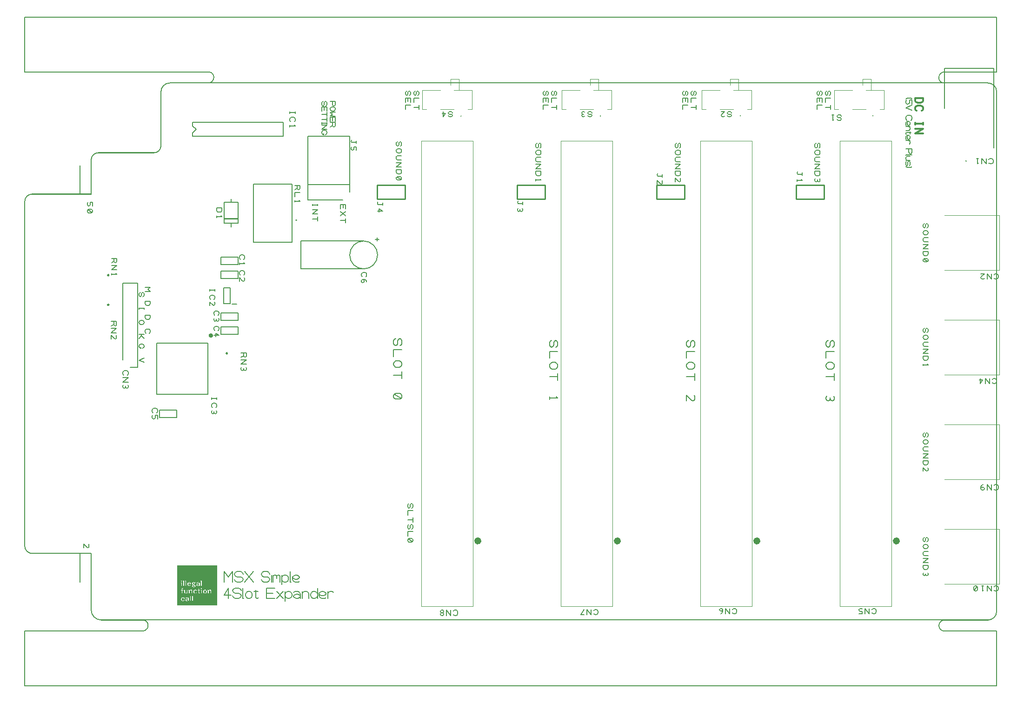
<source format=gbr>
G04 DesignSpark PCB PRO Gerber Version 10.0 Build 5299*
G04 #@! TF.Part,CustomerPanel*
G04 #@! TF.FileFunction,Legend,Top*
G04 #@! TF.FilePolarity,Positive*
%FSLAX35Y35*%
%MOIN*%
%ADD14C,0.00197*%
%ADD15C,0.00394*%
%ADD17C,0.00500*%
%ADD129C,0.00591*%
%ADD13C,0.00787*%
%ADD19C,0.00800*%
%ADD18C,0.00984*%
%ADD70C,0.01000*%
%ADD142C,0.01181*%
%ADD143C,0.01575*%
G04 #@! TD.AperFunction*
X0Y0D02*
D02*
D13*
X729404Y414417D02*
Y442961D01*
X764837D01*
Y385874D01*
X583154Y409142D02*
G75*
G03*
Y408748I0J-197D01*
G01*
Y409142D02*
G75*
G02*
Y408748I0J-197D01*
G01*
Y409142D02*
X678154D02*
G75*
G03*
Y408748I0J-197D01*
G01*
Y409142D02*
G75*
G02*
Y408748I0J-197D01*
G01*
Y409142D02*
X382865Y409017D02*
G75*
G03*
Y408624I0J-197D01*
G01*
Y409017D02*
G75*
G02*
Y408624I0J-197D01*
G01*
Y409017D02*
X482832D02*
G75*
G03*
Y408624I0J-197D01*
G01*
Y409017D02*
G75*
G02*
Y408624I0J-197D01*
G01*
Y409017D02*
X583154Y408748D02*
G75*
G02*
Y409142I0J197D01*
G01*
X678154Y408748D02*
G75*
G02*
Y409142I0J197D01*
G01*
X382865Y408624D02*
G75*
G02*
Y409017I0J197D01*
G01*
X482832Y408624D02*
G75*
G02*
Y409017I0J197D01*
G01*
X303154Y394211D02*
X273154D01*
X744912Y376303D02*
G75*
G02*
Y376807I0J252D01*
G01*
Y376303D02*
G75*
G02*
Y376807I0J252D01*
G01*
G75*
G02*
Y376303I0J-252D01*
G01*
X109863Y373311D02*
Y352811D01*
X273154Y359211D02*
Y394211D01*
X303154Y359211D02*
Y394211D01*
X303084Y354230D02*
Y359742D01*
X273163D01*
Y348718D01*
X298123D01*
X117361Y352813D02*
X109880D01*
X115370Y346994D02*
X115056Y346364D01*
Y345419D01*
X115370Y344789D01*
X116000Y344474D01*
X116315D01*
X116945Y344789D01*
X117260Y345419D01*
Y346994D01*
X118835D01*
Y344474D01*
X115370Y341640D02*
X115056Y341010D01*
Y340380D01*
X115370Y339750D01*
X116000Y339435D01*
X117890D01*
X118520Y339750D01*
X118835Y340380D01*
Y341010D01*
X118520Y341640D01*
X117890Y341955D01*
X116000D01*
X115370Y341640D01*
X118520Y339750D01*
X264790Y334521D02*
G75*
G02*
Y333797I0J-362D01*
G01*
Y334521D02*
G75*
G02*
Y333797I0J-362D01*
G01*
G75*
G02*
Y334521I0J362D01*
G01*
X261857Y318387D02*
X234298D01*
Y360120D01*
X261857D01*
Y318387D01*
X217409Y274327D02*
X212684D01*
Y285744D01*
X217409D01*
Y274327D01*
X222330Y274130D02*
X218787D01*
X336107Y249211D02*
X335122Y248719D01*
X334630Y247734D01*
Y245766D01*
X335122Y244781D01*
X336107Y244289D01*
X337091Y244781D01*
X337583Y245766D01*
Y247734D01*
X338075Y248719D01*
X339059Y249211D01*
X340044Y248719D01*
X340536Y247734D01*
Y245766D01*
X340044Y244781D01*
X339059Y244289D01*
X340536Y241337D02*
X334630D01*
Y236415D01*
X336599Y233463D02*
X338567D01*
X339552Y232970D01*
X340044Y232478D01*
X340536Y231494D01*
Y230510D01*
X340044Y229526D01*
X339552Y229033D01*
X338567Y228541D01*
X336599D01*
X335615Y229033D01*
X335122Y229526D01*
X334630Y230510D01*
Y231494D01*
X335122Y232478D01*
X335615Y232970D01*
X336599Y233463D01*
X334630Y223128D02*
X340536D01*
Y225589D02*
Y220667D01*
X335122Y209348D02*
X334630Y208364D01*
Y207380D01*
X335122Y206396D01*
X336107Y205904D01*
X339059D01*
X340044Y206396D01*
X340536Y207380D01*
Y208364D01*
X340044Y209348D01*
X339059Y209841D01*
X336107D01*
X335122Y209348D01*
X340044Y206396D01*
X447887Y247961D02*
X446902Y247469D01*
X446410Y246484D01*
Y244516D01*
X446902Y243531D01*
X447887Y243039D01*
X448871Y243531D01*
X449363Y244516D01*
Y246484D01*
X449855Y247469D01*
X450839Y247961D01*
X451824Y247469D01*
X452316Y246484D01*
Y244516D01*
X451824Y243531D01*
X450839Y243039D01*
X452316Y240087D02*
X446410D01*
Y235165D01*
X448379Y232213D02*
X450347D01*
X451331Y231720D01*
X451824Y231228D01*
X452316Y230244D01*
Y229260D01*
X451824Y228276D01*
X451331Y227783D01*
X450347Y227291D01*
X448379D01*
X447394Y227783D01*
X446902Y228276D01*
X446410Y229260D01*
Y230244D01*
X446902Y231228D01*
X447394Y231720D01*
X448379Y232213D01*
X446410Y221878D02*
X452316D01*
Y224339D02*
Y219417D01*
X446410Y207606D02*
Y205638D01*
Y206622D02*
X452316D01*
X451331Y207606D01*
X546107Y247961D02*
X545122Y247469D01*
X544630Y246484D01*
Y244516D01*
X545122Y243531D01*
X546107Y243039D01*
X547091Y243531D01*
X547583Y244516D01*
Y246484D01*
X548075Y247469D01*
X549059Y247961D01*
X550044Y247469D01*
X550536Y246484D01*
Y244516D01*
X550044Y243531D01*
X549059Y243039D01*
X550536Y240087D02*
X544630D01*
Y235165D01*
X546599Y232213D02*
X548567D01*
X549552Y231720D01*
X550044Y231228D01*
X550536Y230244D01*
Y229260D01*
X550044Y228276D01*
X549552Y227783D01*
X548567Y227291D01*
X546599D01*
X545615Y227783D01*
X545122Y228276D01*
X544630Y229260D01*
Y230244D01*
X545122Y231228D01*
X545615Y231720D01*
X546599Y232213D01*
X544630Y221878D02*
X550536D01*
Y224339D02*
Y219417D01*
X544630Y204654D02*
Y208591D01*
X548075Y205146D01*
X549059Y204654D01*
X550044Y205146D01*
X550536Y206130D01*
Y207606D01*
X550044Y208591D01*
X646107Y247961D02*
X645122Y247469D01*
X644630Y246484D01*
Y244516D01*
X645122Y243531D01*
X646107Y243039D01*
X647091Y243531D01*
X647583Y244516D01*
Y246484D01*
X648075Y247469D01*
X649059Y247961D01*
X650044Y247469D01*
X650536Y246484D01*
Y244516D01*
X650044Y243531D01*
X649059Y243039D01*
X650536Y240087D02*
X644630D01*
Y235165D01*
X646599Y232213D02*
X648567D01*
X649552Y231720D01*
X650044Y231228D01*
X650536Y230244D01*
Y229260D01*
X650044Y228276D01*
X649552Y227783D01*
X648567Y227291D01*
X646599D01*
X645615Y227783D01*
X645122Y228276D01*
X644630Y229260D01*
Y230244D01*
X645122Y231228D01*
X645615Y231720D01*
X646599Y232213D01*
X644630Y221878D02*
X650536D01*
Y224339D02*
Y219417D01*
X645122Y208098D02*
X644630Y207114D01*
Y206130D01*
X645122Y205146D01*
X646107Y204654D01*
X647091Y205146D01*
X647583Y206130D01*
Y207114D01*
Y206130D02*
X648075Y205146D01*
X649059Y204654D01*
X650044Y205146D01*
X650536Y206130D01*
Y207114D01*
X650044Y208098D01*
X201460Y245844D02*
Y209230D01*
X164846D01*
Y245844D01*
X201460D01*
X145906Y228563D02*
X151201D01*
Y289154D01*
X140610D01*
Y233859D01*
X112556Y99474D02*
Y101994D01*
X114760Y99789D01*
X115390Y99474D01*
X116020Y99789D01*
X116335Y100419D01*
Y101364D01*
X116020Y101994D01*
X117361Y95244D02*
X109880D01*
X109861Y74744D02*
Y95244D01*
X213154Y74806D02*
Y82188D01*
X216230Y78497D01*
X219306Y82188D01*
Y74806D01*
X220536Y76652D02*
X221151Y75421D01*
X222381Y74806D01*
X224842D01*
X226072Y75421D01*
X226687Y76652D01*
X226072Y77882D01*
X224842Y78497D01*
X222381D01*
X221151Y79112D01*
X220536Y80343D01*
X221151Y81573D01*
X222381Y82188D01*
X224842D01*
X226072Y81573D01*
X226687Y80343D01*
X227918Y74806D02*
X234069Y82188D01*
X227918D02*
X234069Y74806D01*
X239729Y76652D02*
X240344Y75421D01*
X241574Y74806D01*
X244035D01*
X245265Y75421D01*
X245880Y76652D01*
X245265Y77882D01*
X244035Y78497D01*
X241574D01*
X240344Y79112D01*
X239729Y80343D01*
X240344Y81573D01*
X241574Y82188D01*
X244035D01*
X245265Y81573D01*
X245880Y80343D01*
X247111Y74806D02*
Y79728D01*
Y81573D02*
X248292Y74806D02*
Y79728D01*
Y79112D02*
X248907Y79728D01*
X250137D01*
X250752Y79112D01*
Y77267D01*
Y79112D02*
X251368Y79728D01*
X252598D01*
X253213Y79112D01*
Y74806D01*
X254394Y79728D02*
Y72961D01*
Y76652D02*
X255009Y75421D01*
X256240Y74806D01*
X257470D01*
X258700Y75421D01*
X259315Y76652D01*
Y77882D01*
X258700Y79112D01*
X257470Y79728D01*
X256240D01*
X255009Y79112D01*
X254394Y77882D01*
Y76652D01*
X261112Y74806D02*
X260496D01*
Y82188D01*
X267189Y75421D02*
X266574Y74806D01*
X265344D01*
X264114D01*
X262883Y75421D01*
X262268Y76652D01*
Y78497D01*
X262883Y79112D01*
X264114Y79728D01*
X265344D01*
X266574Y79112D01*
X267189Y78497D01*
Y77882D01*
X266574Y77267D01*
X265344Y76652D01*
X264114D01*
X262883Y77267D01*
X262268Y77882D01*
X216230Y62995D02*
Y70377D01*
X213154Y65456D01*
X218075D01*
X219256Y64841D02*
X219872Y63610D01*
X221102Y62995D01*
X223563D01*
X224793Y63610D01*
X225408Y64841D01*
X224793Y66071D01*
X223563Y66686D01*
X221102D01*
X219872Y67301D01*
X219256Y68531D01*
X219872Y69762D01*
X221102Y70377D01*
X223563D01*
X224793Y69762D01*
X225408Y68531D01*
X227254Y62995D02*
X226638D01*
Y70377D01*
X228410Y64841D02*
X229025Y63610D01*
X230256Y62995D01*
X231486D01*
X232716Y63610D01*
X233331Y64841D01*
Y66071D01*
X232716Y67301D01*
X231486Y67917D01*
X230256D01*
X229025Y67301D01*
X228410Y66071D01*
Y64841D01*
X234512Y67917D02*
X237383D01*
X235948Y69147D02*
Y63610D01*
X236563Y62995D01*
X237178D01*
X237793Y63610D01*
X243370Y62995D02*
Y70377D01*
X249522D01*
X248292Y66686D02*
X243370D01*
Y62995D02*
X249522D01*
X250752D02*
X255674Y67917D01*
Y62995D02*
X250752Y67917D01*
X256855D02*
Y61150D01*
Y64841D02*
X257470Y63610D01*
X258700Y62995D01*
X259931D01*
X261161Y63610D01*
X261776Y64841D01*
Y66071D01*
X261161Y67301D01*
X259931Y67917D01*
X258700D01*
X257470Y67301D01*
X256855Y66071D01*
Y64841D01*
X262957Y67301D02*
X264187Y67917D01*
X266033D01*
X267263Y67301D01*
X267878Y66071D01*
Y64226D01*
X267263Y63610D01*
X266033Y62995D01*
X264803D01*
X263572Y63610D01*
X262957Y64226D01*
Y64841D01*
X263572Y65456D01*
X264803Y66071D01*
X266033D01*
X267263Y65456D01*
X267878Y64841D01*
Y64226D02*
Y62995D01*
X269059D02*
Y67917D01*
Y66071D02*
X269675Y67301D01*
X270905Y67917D01*
X272135D01*
X273366Y67301D01*
X273981Y66071D01*
Y62995D01*
X280083Y66071D02*
X279468Y67301D01*
X278238Y67917D01*
X277007D01*
X275777Y67301D01*
X275162Y66071D01*
Y64841D01*
X275777Y63610D01*
X277007Y62995D01*
X278238D01*
X279468Y63610D01*
X280083Y64841D01*
Y62995D02*
Y70377D01*
X286185Y63610D02*
X285570Y62995D01*
X284340D01*
X283110D01*
X281880Y63610D01*
X281264Y64841D01*
Y66686D01*
X281880Y67301D01*
X283110Y67917D01*
X284340D01*
X285570Y67301D01*
X286185Y66686D01*
Y66071D01*
X285570Y65456D01*
X284340Y64841D01*
X283110D01*
X281880Y65456D01*
X281264Y66071D01*
X287367Y62995D02*
Y67917D01*
Y66071D02*
X287982Y67301D01*
X289212Y67917D01*
X290443D01*
X291673Y67301D01*
D02*
D14*
X179404Y86511D02*
X207704D01*
X179404Y86411D02*
X207704D01*
X179404Y86311D02*
X207704D01*
X179404Y86210D02*
X207704Y86211D01*
X179404Y86111D02*
X207704D01*
X179404Y86011D02*
X207704D01*
X179404Y85911D02*
X207704D01*
X179404Y85811D02*
X207704D01*
X179404Y85710D02*
X207704Y85711D01*
X179404Y85611D02*
X207704D01*
X179404Y85511D02*
X207704Y85510D01*
X179404Y85411D02*
X207704D01*
X179404Y85311D02*
X207704D01*
X179404Y85211D02*
X207704Y85211D01*
X179404Y85111D02*
X207704D01*
X179404Y85011D02*
X207704Y85010D01*
X179404Y84911D02*
X207704D01*
X179404Y84811D02*
X207704D01*
X179404Y84710D02*
X207704D01*
X179404Y84611D02*
X207704D01*
X179404Y84511D02*
X207704D01*
X179404Y84411D02*
X207704D01*
X179404Y84311D02*
X207704Y84310D01*
X179404Y84211D02*
X207704D01*
X179404Y84111D02*
X207704D01*
X179404Y84011D02*
X207704Y84011D01*
X179404Y83911D02*
X207704D01*
X179404Y83811D02*
X207704Y83810D01*
X179404Y83711D02*
X207704D01*
X179404Y83611D02*
X207704D01*
X179404Y83511D02*
X207704D01*
X179404Y83411D02*
X207704D01*
X179404Y83311D02*
X207704Y83310D01*
X179404Y83211D02*
X207704D01*
X179404Y83111D02*
X207704D01*
X179404Y83011D02*
X207704D01*
X179404Y82910D02*
X207704Y82911D01*
X179404Y82811D02*
X207704Y82810D01*
X179404Y82711D02*
X207704D01*
X179404Y82611D02*
X207704D01*
X179404Y82511D02*
X207704D01*
X179404Y82410D02*
X207704Y82411D01*
X179404Y82311D02*
X207704D01*
X179404Y82211D02*
X207704D01*
X179404Y82111D02*
X207704D01*
X179404Y82011D02*
X207704D01*
X179404Y81910D02*
X207704Y81911D01*
X179404Y81811D02*
X207704D01*
X179404Y81711D02*
X207704Y81710D01*
X179404Y81611D02*
X207704D01*
X179404Y81511D02*
X207704D01*
X179404Y81410D02*
X207704Y81411D01*
X179404Y81311D02*
X207704D01*
X179404Y81211D02*
X207704Y81210D01*
X179404Y81111D02*
X207704D01*
X179404Y81011D02*
X207704D01*
X179404Y80910D02*
X207704D01*
X179404Y80811D02*
X207704D01*
X179404Y80711D02*
X207704Y80710D01*
X179404Y80611D02*
X207704D01*
X179404Y80511D02*
X207704Y80510D01*
X179404Y80411D02*
X207704D01*
X179404Y80311D02*
X207704D01*
X179404Y80211D02*
X207704Y80211D01*
X179404Y80111D02*
X207704D01*
X179404Y80011D02*
X207704Y80010D01*
X179404Y79911D02*
X207704D01*
X179404Y79811D02*
X207704D01*
X179404Y79711D02*
X207704D01*
X179404Y79611D02*
X207704D01*
X179404Y79511D02*
X207704Y79510D01*
X179404Y79411D02*
X207704D01*
X179404Y79311D02*
X207704D01*
X179404Y79211D02*
X207704D01*
X179404Y79110D02*
X207704Y79111D01*
X179404Y79011D02*
X207704Y79010D01*
X179404Y78911D02*
X207704D01*
X179404Y78811D02*
X207704D01*
X179404Y78711D02*
X207704D01*
X179404Y78610D02*
X207704Y78611D01*
X179404Y78511D02*
X207704D01*
X179404Y78411D02*
X207704D01*
X179404Y78311D02*
X207704D01*
X179404Y78211D02*
X207704D01*
X179404Y78110D02*
X207704Y78111D01*
X179404Y78011D02*
X207704D01*
X179404Y77911D02*
X207704Y77910D01*
X179404Y77811D02*
X207704D01*
X179404Y77711D02*
X207704D01*
X179404Y77610D02*
X207704Y77611D01*
X179404Y77511D02*
X207704D01*
X179404Y77411D02*
X207704Y77410D01*
X179404Y77311D02*
X207704D01*
X179404Y77211D02*
X207704D01*
X179404Y77110D02*
X207704D01*
X179404Y77011D02*
X207704D01*
X179404Y76911D02*
X207704Y76910D01*
X179404Y76811D02*
X207704D01*
X179404Y76711D02*
X207704Y76710D01*
X179404Y76610D02*
X207704D01*
X179404Y76511D02*
X207704D01*
X179404Y76411D02*
X207704Y76411D01*
X179404Y76311D02*
X207704D01*
X179404Y76211D02*
X207704Y76210D01*
X179404Y76111D02*
X207704D01*
X179404Y76011D02*
X182204D01*
X182904D02*
X207704D01*
X179404Y75911D02*
X182104D01*
X183004D02*
X183304Y75911D01*
X184504Y75911D02*
X184804D01*
X186004D02*
X196004D01*
X197204D02*
X207704D01*
X179404Y75811D02*
X182004D01*
X183004D02*
X183304D01*
X184504D02*
X184804D01*
X186004D02*
X196004D01*
X197204D02*
X207704D01*
X197204Y75711D02*
X207704Y75710D01*
X179404Y75711D02*
X182004Y75711D01*
X184504Y75711D02*
X184804Y75711D01*
X186004Y75711D02*
X196004Y75710D01*
X183004D02*
X183304Y75711D01*
X179404Y75611D02*
X182004D01*
X183104D02*
X183304D01*
X184504D02*
X184804D01*
X186004D02*
X196004D01*
X197204D02*
X207704D01*
X179404Y75511D02*
X182004Y75510D01*
X183104Y75511D02*
X183304Y75510D01*
X184504Y75511D02*
X184804Y75510D01*
X186004Y75511D02*
X196004D01*
X197204Y75510D02*
X207704Y75511D01*
X179404Y75411D02*
X182004D01*
X183004D02*
X183304Y75411D01*
X184504Y75411D02*
X184804D01*
X186004D02*
X196004D01*
X197204D02*
X207704D01*
X184504Y75311D02*
X185104D01*
X186004D02*
X196304D01*
X197204D02*
X207704D01*
X179404Y75310D02*
X182104Y75311D01*
X183004Y75310D02*
X183604Y75311D01*
X197204Y75211D02*
X207704Y75210D01*
X179404Y75211D02*
X182204D01*
X184504D02*
X185104Y75210D01*
X186004Y75211D02*
X196304Y75210D01*
X182904D02*
X183604D01*
X179404Y75111D02*
X183604D01*
X184504D02*
X185104D01*
X186004D02*
X196304D01*
X197204D02*
X207704D01*
X179404Y75011D02*
X183604D01*
X184504D02*
X185104D01*
X186004D02*
X196304D01*
X197204Y75010D02*
X207704Y75011D01*
X179404Y74911D02*
X183604D01*
X184504D02*
X185104D01*
X186004D02*
X196304D01*
X197204D02*
X207704D01*
X184504Y74811D02*
X185104D01*
X186004D02*
X187404D01*
X191704D02*
X192104D01*
X192704D02*
X193704D01*
X195004D02*
X196304D01*
X197204D02*
X207704D01*
X179404Y74810D02*
X183604Y74811D01*
X188504Y74810D02*
X190504D01*
X191904Y74711D02*
X192004Y74710D01*
X197204Y74711D02*
X207704Y74710D01*
X179404Y74711D02*
X181804Y74710D01*
X184504Y74711D02*
X185104Y74710D01*
X186004Y74711D02*
X187104D01*
X188804D02*
X190304D01*
X183004Y74710D02*
X183604D01*
X192704D02*
X193504Y74711D01*
X195304Y74710D02*
X196304D01*
X179404Y74611D02*
X181804D01*
X183004D02*
X183604D01*
X184504D02*
X185104D01*
X186004D02*
X187004D01*
X188904D02*
X190104D01*
X192704D02*
X193404D01*
X195404D02*
X196304D01*
X197204D02*
X207704D01*
X183004Y74511D02*
X183604Y74511D01*
X189004Y74511D02*
X190104D01*
X179404Y74511D02*
X181804D01*
X184504D02*
X185104D01*
X186004D02*
X186904D01*
X192704D02*
X193204D01*
X195504D02*
X196304D01*
X197204D02*
X207704D01*
X179404Y74411D02*
X181804D01*
X183004D02*
X183604D01*
X184504D02*
X185104D01*
X186004D02*
X186804D01*
X189104D02*
X190004D01*
X192704D02*
X193204D01*
X195604D02*
X196304D01*
X197204D02*
X207704D01*
X194304Y74311D02*
X194504Y74311D01*
X184504D02*
X185104D01*
X186004D02*
X186704Y74311D01*
X187904Y74311D02*
X188004D01*
X192704D02*
X193104D01*
X195704D02*
X196304Y74311D01*
X197204Y74311D02*
X207704Y74311D01*
X179404Y74310D02*
X181804Y74311D01*
X183004Y74310D02*
X183604Y74311D01*
X189204Y74310D02*
X189904Y74311D01*
X191104Y74310D02*
X179404Y74211D02*
X181804D01*
X183004D02*
X183604D01*
X184504D02*
X185104D01*
X186004D02*
X186604D01*
X187704D02*
X188204D01*
X189304D02*
X189903D01*
X190904D02*
X191304D01*
X192504D02*
X193104D01*
X194104D02*
X194704D01*
X195704D02*
X196304D01*
X197204D02*
X207704D01*
X179404Y74111D02*
X182104D01*
X183004D02*
X183604D01*
X184504D02*
X185104D01*
X186004D02*
X186604D01*
X187604D02*
X188304D01*
X189304D02*
X189904D01*
X190804D02*
X191404D01*
X192303D02*
X193104D01*
X194004D02*
X194804Y74110D01*
X195704Y74111D02*
X196304D01*
X197204D02*
X207704Y74110D01*
X183004Y74011D02*
X183604Y74011D01*
X179404D02*
X182104D01*
X184504D02*
X185104D01*
X186004D02*
X186604D01*
X187504D02*
X188404D01*
X189304D02*
X189904D01*
X190804D02*
X191404D01*
X192304D02*
X193104D01*
X194004D02*
X194804D01*
X195704D02*
X196304D01*
X197204D02*
X207704D01*
X179404Y73911D02*
X182104D01*
X183004D02*
X183604D01*
X184504D02*
X185104D01*
X186004D02*
X186504D01*
X187504D02*
X188404D01*
X189404D02*
X189904Y73910D01*
X190804Y73911D02*
X191404Y73910D01*
X192304Y73911D02*
X193104D01*
X193904D02*
X194904D01*
X195804D02*
X196304D01*
X197204D02*
X207704D01*
X195804Y73811D02*
X196304Y73811D01*
X184504Y73811D02*
X185104D01*
X189404D02*
X189904D01*
X192304D02*
X193104D01*
X179404Y73810D02*
X182104Y73811D01*
X183004Y73810D02*
X183604Y73811D01*
X186004Y73810D02*
X186504D01*
X190804D02*
X191404Y73811D01*
X193904Y73810D02*
X194304Y73811D01*
X197204Y73810D02*
X207704Y73811D01*
X179404Y73711D02*
X182104D01*
X183004D02*
X183604D01*
X184504D02*
X185104D01*
X186004D02*
X186504D01*
X189404D02*
X189903D01*
X190903D02*
X191304D01*
X192304D02*
X193904D01*
X195804D02*
X196304D01*
X197204D02*
X207704D01*
X179404Y73611D02*
X182104D01*
X183004D02*
X183604D01*
X184504D02*
X185104D01*
X186004D02*
X186504D01*
X189404D02*
X189904D01*
X192204D02*
X193604D01*
X197204D02*
X207704Y73610D01*
X195804D02*
X196304D01*
X179404Y73511D02*
X182104D01*
X183004D02*
X183604D01*
X184504D02*
X185104D01*
X186004D02*
X186504D01*
X189404D02*
X190004D01*
X192204D02*
X193504D01*
X195804D02*
X196304D01*
X197204D02*
X207704D01*
X179404Y73411D02*
X182104D01*
X183004D02*
X183604D01*
X184504D02*
X185104D01*
X186004D02*
X186504D01*
X192104D02*
X193304D01*
X195804D02*
X196304D01*
X197204D02*
X207704D01*
X189404Y73410D02*
X190104Y73411D01*
X192004Y73311D02*
X193204Y73311D01*
X194804Y73311D02*
X194904Y73310D01*
X195804Y73311D02*
X196304Y73310D01*
X179404Y73311D02*
X182104D01*
X184504D02*
X185104D01*
X189404D02*
X190204D01*
X183004Y73310D02*
X183604Y73311D01*
X186004Y73310D02*
X186504D01*
X197204D02*
X207704Y73311D01*
X179404Y73211D02*
X182104D01*
X183004D02*
X183604D01*
X184504D02*
X185104D01*
X186004D02*
X186504D01*
X187404D02*
X190204D01*
X191904D02*
X193104D01*
X194404D02*
X194904D01*
X195804D02*
X196304D01*
X197204D02*
X207704D01*
X194204Y73111D02*
X194904Y73111D01*
X179404D02*
X182104D01*
X183004D02*
X183604D01*
X184504D02*
X185104D01*
X186004D02*
X186504D01*
X187404D02*
X190104D01*
X191604D02*
X193104D01*
X197204D02*
X207704Y73110D01*
X195804D02*
X196304D01*
X179404Y73011D02*
X182104D01*
X183004D02*
X183604D01*
X184504D02*
X185104D01*
X186004D02*
X186504D01*
X187404D02*
X188604D01*
X189404D02*
X190004D01*
X190904D02*
X193004D01*
X194004D02*
X194904D01*
X195804D02*
X196304D01*
X197204D02*
X207704D01*
X179404Y72911D02*
X182104D01*
X183004D02*
X183604D01*
X184504D02*
X185104Y72910D01*
X186004Y72911D02*
X186504D01*
X187504D02*
X188604Y72910D01*
X194004Y72911D02*
X194904D01*
X195804D02*
X196304Y72910D01*
X189404D02*
X190004Y72911D01*
X191404Y72910D02*
X193004D01*
X197204D02*
X207704Y72911D01*
X184504Y72811D02*
X185104D01*
X189404D02*
X190004Y72811D01*
X192104Y72811D02*
X193004Y72810D01*
X179404D02*
X182104Y72811D01*
X183004Y72810D02*
X183604Y72811D01*
X186004Y72810D02*
X186504D01*
X187504D02*
X188604D01*
X193904D02*
X194704Y72811D01*
X195804Y72810D02*
X196304D01*
X197204D02*
X207704D01*
X179404Y72711D02*
X182104D01*
X183004D02*
X183604D01*
X184504D02*
X185104D01*
X186004D02*
X186603D01*
X189304D02*
X190004D01*
X192304D02*
X193004D01*
X194004D02*
X194604D01*
X195804D02*
X196304D01*
X197204Y72710D02*
X207704Y72711D01*
X187604Y72710D02*
X188504Y72711D01*
X179404Y72611D02*
X182104D01*
X183004D02*
X183604D01*
X184504D02*
X185104D01*
X186004D02*
X186604Y72611D01*
X187704Y72611D02*
X188404D01*
X189304D02*
X190004D01*
X192504D02*
X193004D01*
X194004D02*
X194504D01*
X195804D02*
X196304D01*
X197204D02*
X207704D01*
X179404Y72511D02*
X182104D01*
X183004D02*
X183604D01*
X184504D02*
X185104D01*
X186004D02*
X186704D01*
X189304D02*
X190104D01*
X192604D02*
X193004D01*
X195804D02*
X196304D01*
X197204D02*
X207704D01*
X183004Y72411D02*
X183604Y72411D01*
X197204Y72411D02*
X207704Y72410D01*
X179404Y72411D02*
X182104D01*
X184504D02*
X185104Y72410D01*
X186004Y72411D02*
X186704D01*
X192604D02*
X193104D01*
X189204Y72410D02*
X190104Y72411D01*
X195804Y72410D02*
X196304D01*
X179404Y72311D02*
X182104D01*
X183004D02*
X183604D01*
X184504D02*
X185104D01*
X186004D02*
X186804D01*
X189104D02*
X189904D01*
X192604D02*
X193104D01*
X195804D02*
X196304D01*
X197204D02*
X207704D01*
X179404Y72211D02*
X182104D01*
X183004D02*
X183604D01*
X184504D02*
X185104D01*
X186004D02*
X186904D01*
X189004D02*
X189903D01*
X190804D02*
X191304D01*
X192704D02*
X193204D01*
X195804D02*
X196304D01*
X197204Y72210D02*
X207704Y72211D01*
X179404Y72111D02*
X182104D01*
X183004D02*
X183604D01*
X184504D02*
X185104D01*
X186004D02*
X187104Y72111D01*
X188804Y72111D02*
X189804D01*
X190704D02*
X191704D01*
X192704D02*
X193304D01*
X194804D02*
X195004D01*
X195804D02*
X196304Y72111D01*
X197204Y72111D02*
X207704D01*
X179404Y72011D02*
X187404D01*
X188604D02*
X189804D01*
X190704D02*
X191804Y72010D01*
X192704Y72011D02*
X193504D01*
X194604D02*
X207704D01*
X179404Y71911D02*
X189804D01*
X190704D02*
X191804D01*
X192704Y71910D02*
X207704D01*
X179404Y71811D02*
X189804D01*
X190904D02*
X191604D01*
X192704D02*
X207704D01*
X179404Y71711D02*
X189804D01*
X192604D02*
X207704D01*
X179404Y71611D02*
X189904D01*
X192604D02*
X207704D01*
X179404Y71511D02*
X189904D01*
X192504D02*
X207704D01*
X192404Y71411D02*
X207704Y71410D01*
X179404Y71411D02*
X190004D01*
X179404Y71311D02*
X190204D01*
X192204D02*
X207704D01*
X191804Y71211D02*
X207704Y71211D01*
X179404D02*
X190604Y71210D01*
X179404Y71111D02*
X207704D01*
X179404Y71010D02*
X207704Y71011D01*
X179404Y70911D02*
X207704Y70910D01*
X179404Y70811D02*
X207704D01*
X179404Y70711D02*
X207704D01*
X179404Y70611D02*
X196504D01*
X197104D02*
X207704D01*
X183904Y70511D02*
X196404Y70511D01*
X197204D02*
X207704Y70511D01*
X179404Y70510D02*
X182904Y70511D01*
X179404Y70411D02*
X182604D01*
X183904D02*
X196304D01*
X197304D02*
X207704D01*
X179404Y70311D02*
X182504D01*
X197304D02*
X207704Y70310D01*
X183904D02*
X196304Y70311D01*
X179404Y70211D02*
X182504Y70211D01*
X183904Y70211D02*
X194404Y70211D01*
X195304Y70211D02*
X196304D01*
X197304D02*
X207704D01*
X179404Y70111D02*
X182404D01*
X183904D02*
X194404D01*
X195304D02*
X196304D01*
X197304D02*
X207704D01*
X183904Y70011D02*
X194404Y70010D01*
X195304Y70011D02*
X196304Y70011D01*
X179404Y70010D02*
X182404Y70011D01*
X197304Y70010D02*
X207704Y70011D01*
X179404Y69911D02*
X182404D01*
X183304D02*
X194404D01*
X195304D02*
X196304D01*
X197304D02*
X207704D01*
X179404Y69811D02*
X182404Y69810D01*
X183304Y69811D02*
X194404D01*
X197204D02*
X207704Y69810D01*
X195304D02*
X196404Y69811D01*
X179404Y69711D02*
X182404D01*
X183304D02*
X194404D01*
X195304D02*
X196604D01*
X197004D02*
X207704D01*
X179404Y69611D02*
X182404D01*
X195304D02*
X207704D01*
X183304Y69610D02*
X194404Y69611D01*
X195304Y69511D02*
X207704D01*
X179404Y69511D02*
X182404Y69511D01*
X183304Y69511D02*
X194404Y69510D01*
X179404Y69411D02*
X182404D01*
X183303D02*
X188704D01*
X189804D02*
X191804D01*
X195304D02*
X198704D01*
X199804D02*
X202404D01*
X203404D02*
X207704D01*
X192904Y69410D02*
X194404Y69411D01*
X179404Y69311D02*
X181904Y69310D01*
X187004Y69311D02*
X187304D01*
X188404D02*
X188504Y69310D01*
X193104Y69311D02*
X193904D01*
X196004D02*
X196104Y69310D01*
X197304Y69311D02*
X198404D01*
X202004D02*
X202104D01*
X203604D02*
X207704Y69310D01*
X183904D02*
X184004Y69311D01*
X200104Y69310D02*
X200904Y69310D01*
X185204D02*
X186104Y69311D01*
X190004Y69310D02*
X191504Y69310D01*
X179404Y69211D02*
X181904D01*
X183904D02*
X184004D01*
X187004D02*
X187304D01*
X190104D02*
X191304D01*
X196004D02*
X196104D01*
X197304D02*
X198304D01*
X200204D02*
X200904Y69210D01*
X202004Y69211D02*
X203704D02*
X207704D01*
X185204Y69210D02*
X186104Y69211D01*
X193304Y69210D02*
X193904Y69211D01*
X179404Y69111D02*
X181904D01*
X183904D02*
X184004D01*
X185204D02*
X186104Y69110D01*
X187004Y69111D02*
X187304D01*
X190204D02*
X191204D01*
X196004D02*
X196104D01*
X197304D02*
X198204D01*
X200304D02*
X200904D01*
X193404Y69110D02*
X193904Y69111D01*
X203804Y69110D02*
X207704Y69111D01*
X185204Y69011D02*
X186104D01*
X190204D02*
X191104Y69010D01*
X193503Y69011D02*
X193904Y69010D01*
X196004Y69011D02*
X196104D01*
X197304D02*
X198104Y69011D01*
X200404Y69011D02*
X200904D01*
X179404Y69010D02*
X181904Y69011D01*
X183904Y69010D02*
X184004Y69011D01*
X187004Y69010D02*
X187304D01*
X203904D02*
X207704D01*
X179404Y68911D02*
X181904D01*
X183904D02*
X184004D01*
X185204D02*
X186103D01*
X187004D02*
X187304D01*
X190304D02*
X191004D01*
X193604D02*
X193904D01*
X196004D02*
X196104D01*
X197304D02*
X198003D01*
X203904D02*
X207704D01*
X200504Y68910D02*
X200904Y68911D01*
X199004Y68811D02*
X199504D01*
X179404Y68811D02*
X181904D01*
X183904D02*
X184004D01*
X185204D02*
X186104Y68811D01*
X187004Y68811D02*
X187304D01*
X188804D02*
X189304D01*
X190304D02*
X191004D01*
X192104D02*
X192604D01*
X193604D02*
X193904D01*
X196004D02*
X196104D01*
X197304D02*
X197904D01*
X200604D02*
X200904D01*
X202404D02*
X202904D01*
X203904D02*
X207704D01*
X179404Y68711D02*
X182404D01*
X183304D02*
X184304D01*
X187004D02*
X187604D01*
X188704D02*
X189404D01*
X190304D02*
X190904D01*
X191904D02*
X192704D01*
X193604D02*
X194404D01*
X195304D02*
X196404D01*
X197304D02*
X197904D01*
X198904D02*
X199604D01*
X200604D02*
X201204D01*
X202304D02*
X203004D01*
X203904D02*
X207704D01*
X185204Y68710D02*
X186104Y68711D01*
X183304Y68611D02*
X184304D01*
X188604D02*
X189404Y68610D01*
X191904Y68611D02*
X192804Y68611D01*
X179404D02*
X182404D01*
X185204D02*
X186104Y68611D01*
X187004Y68611D02*
X187604Y68611D01*
X190304Y68611D02*
X190904Y68611D01*
X193604Y68611D02*
X194404Y68611D01*
X195304Y68611D02*
X196404D01*
X197304D02*
X197904D01*
X198804D02*
X199704D01*
X200704D02*
X201204D01*
X202204D02*
X203004Y68611D01*
X203904Y68610D02*
X207704D01*
X179404Y68511D02*
X182404Y68511D01*
X183304Y68511D02*
X184304D01*
X185204D02*
X186104D01*
X187004D02*
X187604D01*
X188504D02*
X189404D01*
X190304D02*
X190904D01*
X191803D02*
X192804D01*
X193604D02*
X194404D01*
X195304D02*
X196404D01*
X197304D02*
X197804D01*
X198804D02*
X199704D01*
X200704D02*
X201204D01*
X202104D02*
X203004D01*
X203904D02*
X207704D01*
X179404Y68411D02*
X182404D01*
X185204D02*
X186103D01*
X187004D02*
X187604Y68410D01*
X188504Y68411D02*
X189404D01*
X190304D02*
X190804D01*
X191804D02*
X192804D01*
X193604D02*
X194404D01*
X195304D02*
X196404D01*
X197304D02*
X197804D01*
X198704D02*
X199804D01*
X200704D02*
X201204D01*
X202104D02*
X203104D01*
X203904D02*
X207704D01*
X183304Y68410D02*
X184304D01*
X183304Y68311D02*
X184304Y68311D01*
X203904Y68311D02*
X207704Y68311D01*
X179404D02*
X182404D01*
X185204D02*
X186104D01*
X187004D02*
X187604Y68311D01*
X188504Y68311D02*
X189404D01*
X190304D02*
X190804D01*
X191804D02*
X192804D01*
X193604D02*
X194404D01*
X195304D02*
X196404D01*
X197304D02*
X197804D01*
X198704D02*
X199804D01*
X200704D02*
X201204D01*
X202104D02*
X203104D01*
X179404Y68211D02*
X182404Y68210D01*
X183304Y68211D02*
X184304D01*
X187004D02*
X187604D01*
X190304D02*
X190804D01*
X191704D02*
X194404D01*
X195304D02*
X196404D01*
X197304D02*
X197804D01*
X198704D02*
X199804D01*
X200704D02*
X201204D01*
X202104D02*
X203104D01*
X203904D02*
X207704D01*
X185204Y68210D02*
X186104Y68211D01*
X188504Y68210D02*
X189404Y68211D01*
X183304Y68111D02*
X184304D01*
X179404Y68111D02*
X182404D01*
X185204D02*
X186104D01*
X187004D02*
X187604Y68111D01*
X188504Y68111D02*
X189404Y68110D01*
X190304Y68111D02*
X190804D01*
X197304D02*
X197804D01*
X200704D02*
X201204D01*
X202104D02*
X203104D01*
X191704Y68110D02*
X194404Y68111D01*
X195304Y68110D02*
X196404Y68111D01*
X198704Y68110D02*
X199804D01*
X203904D02*
X207704D01*
X179404Y68011D02*
X182404D01*
X183304D02*
X184304D01*
X185204D02*
X186104D01*
X187004D02*
X187604D01*
X188503D02*
X189404D01*
X190304D02*
X190804D01*
X191704D02*
X194404D01*
X195304D02*
X196404D01*
X197304D02*
X197804D01*
X198704D02*
X199804D01*
X200704D02*
X201204D01*
X202104D02*
X203104D01*
X203904D02*
X207704D01*
X179404Y67911D02*
X182404D01*
X185204D02*
X186103D01*
X187004D02*
X187604Y67910D01*
X188504Y67911D02*
X189404D01*
X190304D02*
X190804D01*
X191704D02*
X194404Y67910D01*
X195304Y67911D02*
X196404D01*
X197304D02*
X197804D01*
X198704D02*
X199804D01*
X200704D02*
X201204D01*
X202104D02*
X203104D01*
X203904D02*
X207704D01*
X183304Y67910D02*
X184304D01*
X183304Y67811D02*
X184304Y67811D01*
X179404D02*
X182404D01*
X185204D02*
X186104D01*
X187004D02*
X187604D01*
X188504D02*
X189404D01*
X190304D02*
X190804D01*
X191704D02*
X194404D01*
X195304D02*
X196404D01*
X197304D02*
X197804D01*
X198704D02*
X199804D01*
X200704D02*
X201204D01*
X202104D02*
X203104D01*
X203904D02*
X207704D01*
X179404Y67711D02*
X182404Y67710D01*
X183304Y67711D02*
X184304D01*
X187004D02*
X187604D01*
X190304D02*
X190804D01*
X193604D02*
X194404D01*
X195304D02*
X196404D01*
X197304D02*
X197804D01*
X200704D02*
X201204D01*
X202104D02*
X203104D01*
X203904D02*
X207704D01*
X185204Y67710D02*
X186104Y67711D01*
X188504Y67710D02*
X189404Y67711D01*
X191804Y67710D02*
X192904Y67711D01*
X198704Y67710D02*
X199804Y67711D01*
X183304Y67611D02*
X184304D01*
X179404Y67611D02*
X182404D01*
X185204D02*
X186104D01*
X187004D02*
X187604Y67611D01*
X188504Y67611D02*
X189404D01*
X190304D02*
X190804D01*
X191804D02*
X192804D01*
X193604D02*
X194404Y67610D01*
X197304Y67611D02*
X197804D01*
X198704D02*
X199804Y67610D01*
X200704Y67611D02*
X201204D01*
X202104D02*
X203104Y67610D01*
X195304D02*
X196404Y67611D01*
X203904Y67610D02*
X207704D01*
X179404Y67511D02*
X182404Y67510D01*
X183304Y67511D02*
X184304D01*
X185203D02*
X186104D01*
X187004D02*
X187604D01*
X188503D02*
X189404D01*
X190304D02*
X190904D01*
X191803D02*
X192803D01*
X193604D02*
X194404D01*
X195304D02*
X196404D01*
X197304D02*
X197804D01*
X198804D02*
X199704D01*
X200704D02*
X201204D01*
X202104D02*
X203104D01*
X203904D02*
X207704D01*
X185204Y67411D02*
X186103Y67411D01*
X188504Y67411D02*
X189404Y67411D01*
X179404D02*
X182404Y67411D01*
X187004Y67411D02*
X187604Y67410D01*
X190304Y67411D02*
X190904Y67410D01*
X193604Y67411D02*
X194404Y67410D01*
X195304Y67411D02*
X196404D01*
X197304D02*
X197804D01*
X198804D02*
X199704D01*
X200704D02*
X201204D01*
X202104D02*
X203104D01*
X203904D02*
X207704D01*
X183304Y67410D02*
X184304D01*
X191904D02*
X192804Y67411D01*
X179404Y67311D02*
X182404D01*
X185204D02*
X186004D01*
X187004D02*
X187604D01*
X188504D02*
X189404D01*
X190304D02*
X190904Y67310D01*
X191904Y67311D02*
X192704D01*
X193604D02*
X194404D01*
X195304D02*
X196404D01*
X197304D02*
X197904D01*
X198904D02*
X199604D01*
X200604D02*
X201204D01*
X202104D02*
X203104D01*
X203904D02*
X207704D01*
X183304Y67310D02*
X184304Y67311D01*
X183304Y67211D02*
X184304D01*
X185304D02*
X185804D01*
X190304D02*
X191004Y67210D01*
X192004Y67211D02*
X192604D01*
X193504D02*
X194404Y67210D01*
X195504Y67211D02*
X196404D01*
X197304D02*
X197904D01*
X199004D02*
X199504D01*
X200604D02*
X201204D01*
X202104D02*
X203104D01*
X203904D02*
X207704D01*
X179404Y67210D02*
X182404D01*
X187004D02*
X187604Y67211D01*
X188504Y67210D02*
X189404Y67211D01*
X200504Y67111D02*
X201204Y67111D01*
X179404D02*
X182404D01*
X183304D02*
X184304Y67111D01*
X187004Y67111D02*
X187604Y67111D01*
X188504Y67111D02*
X189404Y67110D01*
X190304Y67111D02*
X191004Y67110D01*
X193504Y67111D02*
X194404Y67110D01*
X197304Y67111D02*
X198004D01*
X202104D02*
X203104Y67110D01*
X185404D02*
X185604Y67111D01*
X192204Y67110D02*
X192404Y67111D01*
X196004Y67110D02*
X196404Y67111D01*
X199104Y67110D02*
X199304D01*
X203904D02*
X207704D01*
X179404Y67011D02*
X182404Y67010D01*
X183304Y67011D02*
X184404D01*
X187004D02*
X187604D01*
X188503D02*
X189404D01*
X190304D02*
X191104D01*
X193404D02*
X194404D01*
X196004D02*
X196404D01*
X197304D02*
X198004D01*
X200504D02*
X201204D01*
X202104D02*
X203104D01*
X203904D02*
X207704D01*
X188504Y66911D02*
X189404Y66911D01*
X193304Y66911D02*
X194504Y66911D01*
X200404Y66911D02*
X201204Y66911D01*
X179404D02*
X182404Y66911D01*
X183304Y66911D02*
X184404D01*
X187004D02*
X187604D01*
X190304D02*
X191204D01*
X196004D02*
X196404D01*
X197304D02*
X198104Y66911D01*
X202104Y66911D02*
X203104D01*
X203904D02*
X207704D01*
X179404Y66811D02*
X182404D01*
X187004D02*
X187604Y66810D01*
X188504Y66811D02*
X189404D01*
X190304D02*
X191304D01*
X193204D02*
X194504D01*
X196004D02*
X196404D01*
X197304D02*
X198204D01*
X200304D02*
X201204D01*
X202104D02*
X203104D01*
X203904D02*
X207704D01*
X183304Y66810D02*
X184504Y66811D01*
X186204Y66711D02*
X188504D02*
X189404Y66711D01*
X200104Y66711D02*
X201204Y66711D01*
X203904Y66711D02*
X207704D01*
X183304Y66711D02*
X184604D01*
X193104D02*
X194704D01*
X196004D02*
X196404D01*
X202104D02*
X203104D01*
X179404Y66710D02*
X182404Y66711D01*
X187004Y66710D02*
X187604Y66711D01*
X190304Y66710D02*
X191404Y66711D01*
X197304Y66710D02*
X198404D01*
X192904Y66611D02*
X198604Y66611D01*
X179404D02*
X184804Y66611D01*
X186004Y66611D02*
X191603D01*
X199904D02*
X207704D01*
X179404Y66511D02*
X207704D01*
X179404Y66411D02*
X207704D01*
X179404Y66311D02*
X207704D01*
X179404Y66210D02*
X207704Y66211D01*
X179404Y66111D02*
X207704D01*
X179404Y66011D02*
X207704Y66010D01*
X179404Y65911D02*
X207704D01*
X179404Y65811D02*
X207704D01*
X179404Y65711D02*
X207704Y65711D01*
X179404Y65611D02*
X207704D01*
X179404Y65511D02*
X207704Y65510D01*
X179404Y65411D02*
X207704D01*
X179404Y65311D02*
X207704D01*
X179404Y65210D02*
X207704D01*
X179404Y65111D02*
X207704D01*
X179404Y65011D02*
X188104Y65011D01*
X189304Y65011D02*
X189604D01*
X190804D02*
X207704D01*
X179404Y64911D02*
X188104D01*
X189304D02*
X189604D01*
X190804D02*
X207704D01*
X179404Y64811D02*
X188104Y64811D01*
X189304Y64811D02*
X189604Y64811D01*
X190804Y64811D02*
X207704Y64810D01*
X179404Y64711D02*
X188104D01*
X189304D02*
X189604D01*
X190804D02*
X207704D01*
X179404Y64611D02*
X188104Y64610D01*
X189304Y64611D02*
X189604Y64610D01*
X190804Y64611D02*
X207704D01*
X179404Y64511D02*
X188404D01*
X189304D02*
X189904D01*
X190804D02*
X207704Y64511D01*
X179404Y64411D02*
X188404D01*
X189304D02*
X189904D01*
X190804D02*
X207704D01*
X179404Y64311D02*
X188404Y64310D01*
X189304Y64311D02*
X189904D01*
X190804D02*
X207704Y64310D01*
X179404Y64211D02*
X188404D01*
X189304D02*
X189904D01*
X190804D02*
X207704D01*
X179404Y64111D02*
X188404D01*
X189304D02*
X189903D01*
X190804D02*
X207704D01*
X179404Y64011D02*
X183004D01*
X184004D02*
X186004D01*
X187004D02*
X188404D01*
X189304D02*
X189904D01*
X190804D02*
X207704D01*
X179404Y63911D02*
X182704D01*
X184304D02*
X185704Y63910D01*
X189304Y63911D02*
X189904D01*
X190804D02*
X207704D01*
X187304Y63910D02*
X188404Y63911D01*
X179404Y63811D02*
X182604D01*
X187504D02*
X188404Y63810D01*
X189304Y63811D02*
X189904D01*
X190804D02*
X207704Y63810D01*
X184404D02*
X185504Y63811D01*
X179404Y63711D02*
X182404D01*
X184604D02*
X185404D01*
X187604D02*
X188404D01*
X189304D02*
X189904D01*
X190804D02*
X207704D01*
X184704Y63611D02*
X185304Y63610D01*
X179404Y63611D02*
X182303D01*
X187704D02*
X188404D01*
X189304D02*
X189903D01*
X190804D02*
X207704D01*
X179404Y63511D02*
X182304D01*
X184704D02*
X185204D01*
X187804D02*
X188404D01*
X189304D02*
X189904D01*
X190804D02*
X207704D01*
X183304Y63411D02*
X183704Y63410D01*
X184804Y63411D02*
X185204Y63410D01*
X186304Y63411D02*
X186704Y63410D01*
X187804Y63411D02*
X188404D01*
X189304D02*
X189904D01*
X190804D02*
X207704D01*
X179404Y63410D02*
X182204Y63411D01*
X184804Y63311D02*
X185204Y63311D01*
X179404D02*
X182104D01*
X186204D02*
X186904Y63310D01*
X187804Y63311D02*
X188404Y63310D01*
X189304Y63311D02*
X189904D01*
X190804D02*
X207704Y63310D01*
X183104D02*
X183904D01*
X179404Y63211D02*
X182104D01*
X183104D02*
X183904D01*
X184804D02*
X185203D01*
X186104D02*
X186904D01*
X187904D02*
X188404D01*
X189304D02*
X189904D01*
X190804D02*
X207704D01*
X179404Y63111D02*
X182104D01*
X187904D02*
X188404D01*
X189304D02*
X189904Y63110D01*
X190804Y63111D02*
X207704D01*
X183004Y63110D02*
X184004Y63111D01*
X184804Y63110D02*
X185204Y63111D01*
X186104Y63110D02*
X187004Y63111D01*
X179404Y63011D02*
X182004D01*
X183004D02*
X184004D01*
X184804D02*
X185204D01*
X186004D02*
X186704D01*
X187904D02*
X188404D01*
X189304D02*
X189904D01*
X190804D02*
X207704D01*
X184804Y62911D02*
X186204Y62911D01*
X187904Y62911D02*
X188404D01*
X189304D02*
X189904D01*
X179404Y62910D02*
X182004Y62911D01*
X183004Y62910D02*
X184004Y62911D01*
X190804Y62910D02*
X207704Y62911D01*
X179404Y62811D02*
X182004D01*
X182904D02*
X185904D01*
X187904D02*
X188404D01*
X189304D02*
X189903D01*
X190804D02*
X207704D01*
X179404Y62711D02*
X182004D01*
X187904D02*
X188404D01*
X189304D02*
X189904D01*
X190804D02*
X207704D01*
X182904Y62710D02*
X185704Y62710D01*
X179404Y62611D02*
X182004D01*
X182904D02*
X185504D01*
X187904D02*
X188404D01*
X189304D02*
X189904D01*
X190804D02*
X207704D01*
X179404Y62511D02*
X182004D01*
X182904D02*
X185404D01*
X187904D02*
X188404D01*
X189304D02*
X189904D01*
X190804D02*
X207704D01*
X182904Y62411D02*
X185304Y62411D01*
X186704Y62411D02*
X187004Y62410D01*
X187904Y62411D02*
X188404D01*
X189304D02*
X189904D01*
X179404Y62410D02*
X182004D01*
X190804D02*
X207704Y62411D01*
X179404Y62311D02*
X182004D01*
X182904D02*
X185204D01*
X186404D02*
X187004D01*
X187904D02*
X188404D01*
X189304D02*
X189903D01*
X190804D02*
X207704D01*
X179404Y62211D02*
X182004D01*
X183004D02*
X184004D01*
X184804D02*
X185204Y62210D01*
X187904Y62211D02*
X188404D01*
X189304D02*
X189904D01*
X190804D02*
X207704Y62210D01*
X186204Y62210D02*
X187004Y62211D01*
X183004Y62111D02*
X184004Y62111D01*
X179404D02*
X182004D01*
X184804D02*
X185204Y62111D01*
X186104Y62111D02*
X187004D01*
X187904D02*
X188404D01*
X189304D02*
X189904D01*
X190804D02*
X207704D01*
X179404Y62011D02*
X182104D01*
X183004D02*
X184004D01*
X187904D02*
X188404D01*
X189304D02*
X189904Y62010D01*
X190804Y62011D02*
X207704D01*
X184804Y62010D02*
X185104Y62011D01*
X186104Y62010D02*
X186904Y62011D01*
X183104Y61911D02*
X183904Y61911D01*
X184804Y61911D02*
X185104D01*
X186104D02*
X186804Y61910D01*
X187904Y61911D02*
X188404D01*
X189304D02*
X189904D01*
X179404Y61910D02*
X182104Y61911D01*
X190804Y61910D02*
X207704Y61911D01*
X179404Y61811D02*
X182104D01*
X183204D02*
X183804D01*
X184704D02*
X185104D01*
X186103D02*
X186704D01*
X187904D02*
X188404D01*
X189304D02*
X189903D01*
X190804D02*
X207704D01*
X179404Y61711D02*
X182204D01*
X187904D02*
X188404D01*
X189304D02*
X189904Y61711D01*
X190804Y61711D02*
X207704Y61710D01*
X183404Y61710D02*
X183704Y61711D01*
X184704Y61710D02*
X185204D01*
X186204D02*
X186404Y61711D01*
X179404Y61611D02*
X182304D01*
X184604D02*
X185204Y61610D01*
X187904Y61611D02*
X188404D01*
X189304D02*
X189904D01*
X190804D02*
X207704D01*
X179404Y61511D02*
X182304Y61510D01*
X184604Y61511D02*
X185204D01*
X187904D02*
X188404D01*
X189304D02*
X189904Y61510D01*
X190804Y61511D02*
X207704D01*
X184504Y61411D02*
X185304Y61410D01*
X187904Y61411D02*
X188404D01*
X179404Y61410D02*
X182404Y61411D01*
X189304Y61410D02*
X189904Y61411D01*
X190804Y61410D02*
X207704D01*
X179404Y61311D02*
X182604D01*
X187004D02*
X187103D01*
X188004D02*
X188404D01*
X189304D02*
X189903D01*
X190804D02*
X207704D01*
X184304Y61310D02*
X185404Y61311D01*
X179404Y61211D02*
X182804Y61211D01*
X186804Y61211D02*
X207704Y61210D01*
X184204Y61210D02*
X185504Y61211D01*
X179404Y61111D02*
X183204D01*
X183804D02*
X185904D01*
X186404D02*
X207704D01*
X179404Y61011D02*
X207704Y61010D01*
X179404Y60911D02*
X207704D01*
X179404Y60811D02*
X207704D01*
X179404Y60711D02*
X207704Y60711D01*
X179404Y60611D02*
X207704D01*
X179404Y60511D02*
X207704Y60510D01*
X179404Y60411D02*
X207704D01*
X179404Y60311D02*
X207704D01*
X179404Y60211D02*
X207704D01*
X179404Y60111D02*
X207704D01*
X179404Y60011D02*
X207704Y60010D01*
X179404Y59911D02*
X207704D01*
X179404Y59811D02*
X207704D01*
X179404Y59711D02*
X207704D01*
X179404Y59610D02*
X207704Y59611D01*
X179404Y59511D02*
X207704Y59510D01*
X179404Y59411D02*
X207704D01*
X179404Y59311D02*
X207704D01*
X179404Y59211D02*
X207704D01*
X179404Y59110D02*
X207704Y59111D01*
X179404Y59011D02*
X207704D01*
X179404Y58911D02*
X207704D01*
X179404Y58811D02*
X207704D01*
X179404Y58711D02*
X207704D01*
X179404Y58610D02*
X207704Y58611D01*
X179404Y58511D02*
X207704D01*
X179404Y58411D02*
X207704Y58410D01*
X179404Y58311D02*
X207704D01*
D02*
D15*
X575870Y435323D02*
X581776D02*
X670870D02*
X676776D02*
X375581Y435198D02*
X381487D02*
X475548D02*
X481454D02*
X575870Y434930D02*
X670870D02*
X375581Y434805D02*
X475548D02*
X575870Y430993D02*
X670870D02*
X375581Y430868D02*
X475548D02*
X555595Y427449D02*
X568390D02*
X555595D01*
Y413670D01*
X558548D01*
X568390Y427449D02*
X555595D01*
Y413670D01*
X558548D01*
X578233Y427449D02*
X581776D01*
Y435323D01*
X575870D01*
Y430993D01*
X578233Y427449D02*
X581776D01*
Y435323D01*
X575870D01*
Y430993D01*
X578233Y427449D02*
X581776D02*
X591028D02*
X650595D02*
X663390D02*
X650595D01*
Y413670D01*
X653548D01*
X663390Y427449D02*
X650595D01*
Y413670D01*
X653548D01*
X673233Y427449D02*
X676776D01*
Y435323D01*
X670870D01*
Y430993D01*
X673233Y427449D02*
X676776D01*
Y435323D01*
X670870D01*
Y430993D01*
X673233Y427449D02*
X676776D02*
X686028D02*
X355306Y427324D02*
X368101D02*
X355306D01*
Y413545D01*
X358258D01*
X368101Y427324D02*
X355306D01*
Y413545D01*
X358258D01*
X377943Y427324D02*
X381487D01*
Y435198D01*
X375581D01*
Y430868D01*
X377943Y427324D02*
X381487D01*
Y435198D01*
X375581D01*
Y430868D01*
X377943Y427324D02*
X381487D02*
X390739D02*
X455273D02*
X468068D02*
X455273D01*
Y413545D01*
X458226D01*
X468068Y427324D02*
X455273D01*
Y413545D01*
X458226D01*
X477911Y427324D02*
X481454D01*
Y435198D01*
X475548D01*
Y430868D01*
X477911Y427324D02*
X481454D01*
Y435198D01*
X475548D01*
Y430868D01*
X477911Y427324D02*
X481454D02*
X490706D02*
X555595Y413670D02*
X558548D02*
X568390D02*
X578233D02*
X568390D01*
X578233D02*
X568390D01*
X588075D02*
X591028D01*
Y427449D01*
X578233D01*
X588075Y413670D02*
X591028D01*
Y427449D01*
X578233D01*
X591028Y413670D02*
X650595D02*
X653548D02*
X663390D02*
X673233D02*
X663390D01*
X673233D02*
X663390D01*
X683075D02*
X686028D01*
Y427449D01*
X673233D01*
X683075Y413670D02*
X686028D01*
Y427449D01*
X673233D01*
X686028Y413670D02*
X355306Y413545D02*
X358258D02*
X368101D02*
X377943D02*
X368101D01*
X377943D02*
X368101D01*
X387786D02*
X390739D01*
Y427324D01*
X377943D01*
X387786Y413545D02*
X390739D01*
Y427324D01*
X377943D01*
X390739Y413545D02*
X455273D02*
X458226D02*
X468068D02*
X477911D02*
X468068D01*
X477911D02*
X468068D01*
X487753D02*
X490706D01*
Y427324D01*
X477911D01*
X487753Y413545D02*
X490706D01*
Y427324D01*
X477911D01*
X490706Y413545D02*
X729532Y337597D02*
X768902D01*
Y298227D01*
X729532D01*
Y337597D02*
X768902D01*
Y298227D01*
X729532D01*
X768902Y337597D02*
X729532Y298227D02*
X768902D02*
X729532Y262646D02*
X768902D01*
Y223276D01*
X729532D01*
Y262646D02*
X768902D01*
Y223276D01*
X729532D01*
X768902Y262646D02*
X729532Y223276D02*
X768902D02*
X729532Y187646D02*
X768902D01*
Y148276D01*
X729532D01*
Y187646D02*
X768902D01*
Y148276D01*
X729532D01*
X768902Y187646D02*
X729532Y148276D02*
X768902D02*
X729532Y112646D02*
X768902D01*
Y73276D01*
X729532D01*
Y112646D02*
X768902D01*
Y73276D01*
X729532D01*
X768902Y112646D02*
X729532Y73276D02*
X768902D02*
X354649Y57459D02*
Y390963D01*
X391657D01*
Y57459D01*
X354649D01*
X454649Y57436D02*
Y390940D01*
X491657D01*
Y57436D01*
X454649D01*
X554650Y57436D02*
Y390940D01*
X591658D01*
Y57436D01*
X554650D01*
X654650D02*
Y390940D01*
X691658D01*
Y57436D01*
X654650D01*
D02*
D17*
X350029Y426711D02*
X349404Y426398D01*
X349091Y425773D01*
Y424523D01*
X349404Y423898D01*
X350029Y423585D01*
X350654Y423898D01*
X350967Y424523D01*
Y425773D01*
X351279Y426398D01*
X351904Y426711D01*
X352529Y426398D01*
X352841Y425773D01*
Y424523D01*
X352529Y423898D01*
X351904Y423585D01*
X352841Y421711D02*
X349091D01*
Y418585D01*
Y415148D02*
X352841D01*
Y416711D02*
Y413585D01*
X344029Y426711D02*
X343404Y426398D01*
X343091Y425773D01*
Y424523D01*
X343404Y423898D01*
X344029Y423585D01*
X344654Y423898D01*
X344967Y424523D01*
Y425773D01*
X345279Y426398D01*
X345904Y426711D01*
X346529Y426398D01*
X346841Y425773D01*
Y424523D01*
X346529Y423898D01*
X345904Y423585D01*
X343091Y421711D02*
X346841D01*
Y418585D01*
X344967Y419211D02*
Y421711D01*
X343091D02*
Y418585D01*
X346841Y416711D02*
X343091D01*
Y413585D01*
X448779Y426711D02*
X448154Y426398D01*
X447841Y425773D01*
Y424523D01*
X448154Y423898D01*
X448779Y423585D01*
X449404Y423898D01*
X449717Y424523D01*
Y425773D01*
X450029Y426398D01*
X450654Y426711D01*
X451279Y426398D01*
X451591Y425773D01*
Y424523D01*
X451279Y423898D01*
X450654Y423585D01*
X451591Y421711D02*
X447841D01*
Y418585D01*
Y415148D02*
X451591D01*
Y416711D02*
Y413585D01*
X442779Y426711D02*
X442154Y426398D01*
X441841Y425773D01*
Y424523D01*
X442154Y423898D01*
X442779Y423585D01*
X443404Y423898D01*
X443717Y424523D01*
Y425773D01*
X444029Y426398D01*
X444654Y426711D01*
X445279Y426398D01*
X445591Y425773D01*
Y424523D01*
X445279Y423898D01*
X444654Y423585D01*
X441841Y421711D02*
X445591D01*
Y418585D01*
X443717Y419211D02*
Y421711D01*
X441841D02*
Y418585D01*
X445591Y416711D02*
X441841D01*
Y413585D01*
X548779Y426711D02*
X548154Y426398D01*
X547841Y425773D01*
Y424523D01*
X548154Y423898D01*
X548779Y423585D01*
X549404Y423898D01*
X549717Y424523D01*
Y425773D01*
X550029Y426398D01*
X550654Y426711D01*
X551279Y426398D01*
X551591Y425773D01*
Y424523D01*
X551279Y423898D01*
X550654Y423585D01*
X551591Y421711D02*
X547841D01*
Y418585D01*
Y415148D02*
X551591D01*
Y416711D02*
Y413585D01*
X542779Y426711D02*
X542154Y426398D01*
X541841Y425773D01*
Y424523D01*
X542154Y423898D01*
X542779Y423585D01*
X543404Y423898D01*
X543717Y424523D01*
Y425773D01*
X544029Y426398D01*
X544654Y426711D01*
X545279Y426398D01*
X545591Y425773D01*
Y424523D01*
X545279Y423898D01*
X544654Y423585D01*
X541841Y421711D02*
X545591D01*
Y418585D01*
X543717Y419211D02*
Y421711D01*
X541841D02*
Y418585D01*
X545591Y416711D02*
X541841D01*
Y413585D01*
X645029Y426711D02*
X644404Y426398D01*
X644091Y425773D01*
Y424523D01*
X644404Y423898D01*
X645029Y423585D01*
X645654Y423898D01*
X645967Y424523D01*
Y425773D01*
X646279Y426398D01*
X646904Y426711D01*
X647529Y426398D01*
X647841Y425773D01*
Y424523D01*
X647529Y423898D01*
X646904Y423585D01*
X647841Y421711D02*
X644091D01*
Y418585D01*
Y415148D02*
X647841D01*
Y416711D02*
Y413585D01*
X639029Y426711D02*
X638404Y426398D01*
X638091Y425773D01*
Y424523D01*
X638404Y423898D01*
X639029Y423585D01*
X639654Y423898D01*
X639967Y424523D01*
Y425773D01*
X640279Y426398D01*
X640904Y426711D01*
X641529Y426398D01*
X641841Y425773D01*
Y424523D01*
X641529Y423898D01*
X640904Y423585D01*
X638091Y421711D02*
X641841D01*
Y418585D01*
X639967Y419211D02*
Y421711D01*
X638091D02*
Y418585D01*
X641841Y416711D02*
X638091D01*
Y413585D01*
X289091Y419211D02*
X292841D01*
Y417023D01*
X292529Y416398D01*
X291904Y416085D01*
X291279Y416398D01*
X290967Y417023D01*
Y419211D01*
X290341Y415461D02*
X291591D01*
X292217Y415148D01*
X292529Y414835D01*
X292841Y414211D01*
Y413585D01*
X292529Y412961D01*
X292217Y412648D01*
X291591Y412335D01*
X290341D01*
X289717Y412648D01*
X289404Y412961D01*
X289091Y413585D01*
Y414211D01*
X289404Y414835D01*
X289717Y415148D01*
X290341Y415461D01*
X292841Y411711D02*
X289091Y411398D01*
X290967Y410148D01*
X289091Y408898D01*
X292841Y408585D01*
X289091Y407961D02*
X292841D01*
Y404835D01*
X290967Y405461D02*
Y407961D01*
X289091D02*
Y404835D01*
Y404211D02*
X292841D01*
Y402023D01*
X292529Y401398D01*
X291904Y401085D01*
X291279Y401398D01*
X290967Y402023D01*
Y404211D01*
Y402023D02*
X289091Y401085D01*
X284029Y419211D02*
X283404Y418898D01*
X283091Y418273D01*
Y417023D01*
X283404Y416398D01*
X284029Y416085D01*
X284654Y416398D01*
X284967Y417023D01*
Y418273D01*
X285279Y418898D01*
X285904Y419211D01*
X286529Y418898D01*
X286841Y418273D01*
Y417023D01*
X286529Y416398D01*
X285904Y416085D01*
X283091Y415461D02*
X286841D01*
Y412335D01*
X284967Y412961D02*
Y415461D01*
X283091D02*
Y412335D01*
Y410148D02*
X286841D01*
Y411711D02*
Y408585D01*
X283091Y406398D02*
X286841D01*
Y407961D02*
Y404835D01*
X283091Y404211D02*
Y402961D01*
Y403585D02*
X286841D01*
Y404211D02*
Y402961D01*
X283091Y402361D02*
X286841D01*
X283091Y399235D01*
X286841D01*
X284654Y396423D02*
Y395485D01*
X284341D01*
X283717Y395798D01*
X283404Y396111D01*
X283091Y396735D01*
Y397361D01*
X283404Y397985D01*
X283717Y398298D01*
X284341Y398611D01*
X285591D01*
X286217Y398298D01*
X286529Y397985D01*
X286841Y397361D01*
Y396735D01*
X286529Y396111D01*
X286217Y395798D01*
X285591Y395485D01*
X260341Y412023D02*
Y410773D01*
Y411398D02*
X264091D01*
Y412023D02*
Y410773D01*
X260967Y404835D02*
X260654Y405148D01*
X260341Y405773D01*
Y406711D01*
X260654Y407335D01*
X260967Y407648D01*
X261591Y407961D01*
X262841D01*
X263467Y407648D01*
X263779Y407335D01*
X264091Y406711D01*
Y405773D01*
X263779Y405148D01*
X263467Y404835D01*
X260341Y402335D02*
Y401085D01*
Y401711D02*
X264091D01*
X263467Y402335D01*
X376904Y411085D02*
X376591Y411711D01*
X375967Y412023D01*
X374717D01*
X374091Y411711D01*
X373779Y411085D01*
X374091Y410461D01*
X374717Y410148D01*
X375967D01*
X376591Y409835D01*
X376904Y409211D01*
X376591Y408585D01*
X375967Y408273D01*
X374717D01*
X374091Y408585D01*
X373779Y409211D01*
X370341Y412023D02*
Y408273D01*
X371904Y410773D01*
X369404D01*
X476904Y411085D02*
X476591Y411711D01*
X475967Y412023D01*
X474717D01*
X474091Y411711D01*
X473779Y411085D01*
X474091Y410461D01*
X474717Y410148D01*
X475967D01*
X476591Y409835D01*
X476904Y409211D01*
X476591Y408585D01*
X475967Y408273D01*
X474717D01*
X474091Y408585D01*
X473779Y409211D01*
X471591Y411711D02*
X470967Y412023D01*
X470341D01*
X469717Y411711D01*
X469404Y411085D01*
X469717Y410461D01*
X470341Y410148D01*
X470967D01*
X470341D02*
X469717Y409835D01*
X469404Y409211D01*
X469717Y408585D01*
X470341Y408273D01*
X470967D01*
X471591Y408585D01*
X576904Y411085D02*
X576591Y411711D01*
X575967Y412023D01*
X574717D01*
X574091Y411711D01*
X573779Y411085D01*
X574091Y410461D01*
X574717Y410148D01*
X575967D01*
X576591Y409835D01*
X576904Y409211D01*
X576591Y408585D01*
X575967Y408273D01*
X574717D01*
X574091Y408585D01*
X573779Y409211D01*
X569404Y412023D02*
X571904D01*
X569717Y409835D01*
X569404Y409211D01*
X569717Y408585D01*
X570341Y408273D01*
X571279D01*
X571904Y408585D01*
X655654D02*
X655341Y409211D01*
X654717Y409523D01*
X653467D01*
X652841Y409211D01*
X652529Y408585D01*
X652841Y407961D01*
X653467Y407648D01*
X654717D01*
X655341Y407335D01*
X655654Y406711D01*
X655341Y406085D01*
X654717Y405773D01*
X653467D01*
X652841Y406085D01*
X652529Y406711D01*
X650029Y409523D02*
X648779D01*
X649404D02*
Y405773D01*
X650029Y406398D01*
X255654Y394211D02*
X190654D01*
Y396711D01*
X193154Y399211D01*
X190654Y401711D01*
Y404211D01*
X255654D01*
Y394211D01*
X304717Y391711D02*
X304404Y391398D01*
X304091Y390773D01*
X304404Y390148D01*
X304717Y389835D01*
X307841D01*
Y389211D01*
Y389835D02*
Y391085D01*
X304404Y386711D02*
X304091Y386085D01*
Y385148D01*
X304404Y384523D01*
X305029Y384211D01*
X305341D01*
X305967Y384523D01*
X306279Y385148D01*
Y386711D01*
X307841D01*
Y384211D01*
X337529Y390461D02*
X336904Y390148D01*
X336591Y389523D01*
Y388273D01*
X336904Y387648D01*
X337529Y387335D01*
X338154Y387648D01*
X338467Y388273D01*
Y389523D01*
X338779Y390148D01*
X339404Y390461D01*
X340029Y390148D01*
X340341Y389523D01*
Y388273D01*
X340029Y387648D01*
X339404Y387335D01*
X337841Y385461D02*
X339091D01*
X339717Y385148D01*
X340029Y384835D01*
X340341Y384211D01*
Y383585D01*
X340029Y382961D01*
X339717Y382648D01*
X339091Y382335D01*
X337841D01*
X337217Y382648D01*
X336904Y382961D01*
X336591Y383585D01*
Y384211D01*
X336904Y384835D01*
X337217Y385148D01*
X337841Y385461D01*
X340341Y380461D02*
X337529D01*
X336904Y380148D01*
X336591Y379523D01*
Y378273D01*
X336904Y377648D01*
X337529Y377335D01*
X340341D01*
X336591Y375461D02*
X340341D01*
X336591Y372335D01*
X340341D01*
X336591Y370461D02*
X340341D01*
Y368585D01*
X340029Y367961D01*
X339717Y367648D01*
X339091Y367335D01*
X337841D01*
X337217Y367648D01*
X336904Y367961D01*
X336591Y368585D01*
Y370461D01*
X336904Y365148D02*
X336591Y364523D01*
Y363898D01*
X336904Y363273D01*
X337529Y362961D01*
X339404D01*
X340029Y363273D01*
X340341Y363898D01*
Y364523D01*
X340029Y365148D01*
X339404Y365461D01*
X337529D01*
X336904Y365148D01*
X340029Y363273D01*
X437529Y389211D02*
X436904Y388898D01*
X436591Y388273D01*
Y387023D01*
X436904Y386398D01*
X437529Y386085D01*
X438154Y386398D01*
X438467Y387023D01*
Y388273D01*
X438779Y388898D01*
X439404Y389211D01*
X440029Y388898D01*
X440341Y388273D01*
Y387023D01*
X440029Y386398D01*
X439404Y386085D01*
X437841Y384211D02*
X439091D01*
X439717Y383898D01*
X440029Y383585D01*
X440341Y382961D01*
Y382335D01*
X440029Y381711D01*
X439717Y381398D01*
X439091Y381085D01*
X437841D01*
X437217Y381398D01*
X436904Y381711D01*
X436591Y382335D01*
Y382961D01*
X436904Y383585D01*
X437217Y383898D01*
X437841Y384211D01*
X440341Y379211D02*
X437529D01*
X436904Y378898D01*
X436591Y378273D01*
Y377023D01*
X436904Y376398D01*
X437529Y376085D01*
X440341D01*
X436591Y374211D02*
X440341D01*
X436591Y371085D01*
X440341D01*
X436591Y369211D02*
X440341D01*
Y367335D01*
X440029Y366711D01*
X439717Y366398D01*
X439091Y366085D01*
X437841D01*
X437217Y366398D01*
X436904Y366711D01*
X436591Y367335D01*
Y369211D01*
Y363585D02*
Y362335D01*
Y362961D02*
X440341D01*
X439717Y363585D01*
X537529Y389211D02*
X536904Y388898D01*
X536591Y388273D01*
Y387023D01*
X536904Y386398D01*
X537529Y386085D01*
X538154Y386398D01*
X538467Y387023D01*
Y388273D01*
X538779Y388898D01*
X539404Y389211D01*
X540029Y388898D01*
X540341Y388273D01*
Y387023D01*
X540029Y386398D01*
X539404Y386085D01*
X537841Y384211D02*
X539091D01*
X539717Y383898D01*
X540029Y383585D01*
X540341Y382961D01*
Y382335D01*
X540029Y381711D01*
X539717Y381398D01*
X539091Y381085D01*
X537841D01*
X537217Y381398D01*
X536904Y381711D01*
X536591Y382335D01*
Y382961D01*
X536904Y383585D01*
X537217Y383898D01*
X537841Y384211D01*
X540341Y379211D02*
X537529D01*
X536904Y378898D01*
X536591Y378273D01*
Y377023D01*
X536904Y376398D01*
X537529Y376085D01*
X540341D01*
X536591Y374211D02*
X540341D01*
X536591Y371085D01*
X540341D01*
X536591Y369211D02*
X540341D01*
Y367335D01*
X540029Y366711D01*
X539717Y366398D01*
X539091Y366085D01*
X537841D01*
X537217Y366398D01*
X536904Y366711D01*
X536591Y367335D01*
Y369211D01*
Y361711D02*
Y364211D01*
X538779Y362023D01*
X539404Y361711D01*
X540029Y362023D01*
X540341Y362648D01*
Y363585D01*
X540029Y364211D01*
X637529Y389211D02*
X636904Y388898D01*
X636591Y388273D01*
Y387023D01*
X636904Y386398D01*
X637529Y386085D01*
X638154Y386398D01*
X638467Y387023D01*
Y388273D01*
X638779Y388898D01*
X639404Y389211D01*
X640029Y388898D01*
X640341Y388273D01*
Y387023D01*
X640029Y386398D01*
X639404Y386085D01*
X637841Y384211D02*
X639091D01*
X639717Y383898D01*
X640029Y383585D01*
X640341Y382961D01*
Y382335D01*
X640029Y381711D01*
X639717Y381398D01*
X639091Y381085D01*
X637841D01*
X637217Y381398D01*
X636904Y381711D01*
X636591Y382335D01*
Y382961D01*
X636904Y383585D01*
X637217Y383898D01*
X637841Y384211D01*
X640341Y379211D02*
X637529D01*
X636904Y378898D01*
X636591Y378273D01*
Y377023D01*
X636904Y376398D01*
X637529Y376085D01*
X640341D01*
X636591Y374211D02*
X640341D01*
X636591Y371085D01*
X640341D01*
X636591Y369211D02*
X640341D01*
Y367335D01*
X640029Y366711D01*
X639717Y366398D01*
X639091Y366085D01*
X637841D01*
X637217Y366398D01*
X636904Y366711D01*
X636591Y367335D01*
Y369211D01*
X636904Y363898D02*
X636591Y363273D01*
Y362648D01*
X636904Y362023D01*
X637529Y361711D01*
X638154Y362023D01*
X638467Y362648D01*
Y363273D01*
Y362648D02*
X638779Y362023D01*
X639404Y361711D01*
X640029Y362023D01*
X640341Y362648D01*
Y363273D01*
X640029Y363898D01*
X761279Y377648D02*
X761591Y377961D01*
X762217Y378273D01*
X763154D01*
X763779Y377961D01*
X764091Y377648D01*
X764404Y377023D01*
Y375773D01*
X764091Y375148D01*
X763779Y374835D01*
X763154Y374523D01*
X762217D01*
X761591Y374835D01*
X761279Y375148D01*
X759404Y378273D02*
Y374523D01*
X756279Y378273D01*
Y374523D01*
X753779Y378273D02*
X752529D01*
X753154D02*
Y374523D01*
X753779Y375148D01*
X624506Y368835D02*
X624194Y368523D01*
X623881Y367898D01*
X624194Y367273D01*
X624506Y366960D01*
X627631D01*
Y366335D01*
Y366960D02*
Y368210D01*
X623881Y363210D02*
Y361960D01*
Y362585D02*
X627631D01*
X627006Y363210D01*
X524199Y367587D02*
X523886Y367275D01*
X523574Y366650D01*
X523886Y366025D01*
X524199Y365712D01*
X527324D01*
Y365087D01*
Y365712D02*
Y366962D01*
X523574Y360087D02*
Y362587D01*
X525761Y360400D01*
X526386Y360087D01*
X527011Y360400D01*
X527324Y361025D01*
Y361962D01*
X527011Y362587D01*
X263756Y359060D02*
X267506D01*
Y356873D01*
X267194Y356248D01*
X266569Y355935D01*
X265944Y356248D01*
X265631Y356873D01*
Y359060D01*
Y356873D02*
X263756Y355935D01*
X267506Y354060D02*
X263756D01*
Y350935D01*
Y348435D02*
Y347185D01*
Y347810D02*
X267506D01*
X266881Y348435D01*
X218154Y349355D02*
Y346855D01*
X423990Y347990D02*
X423677Y347677D01*
X423365Y347052D01*
X423677Y346427D01*
X423990Y346115D01*
X427115D01*
Y345490D01*
Y346115D02*
Y347365D01*
X423677Y342677D02*
X423365Y342052D01*
Y341427D01*
X423677Y340802D01*
X424302Y340490D01*
X424927Y340802D01*
X425240Y341427D01*
Y342052D01*
Y341427D02*
X425552Y340802D01*
X426177Y340490D01*
X426802Y340802D01*
X427115Y341427D01*
Y342052D01*
X426802Y342677D01*
X70241Y347533D02*
G75*
G02*
X75520Y352813I5280J0D01*
G01*
X117878D01*
Y377498D01*
G75*
G02*
X122878Y382498I5000J0D01*
G01*
X162878D01*
G75*
G03*
X167878Y387498I0J5000D01*
G01*
Y426248D01*
G75*
G02*
X174128Y432498I6250J0D01*
G01*
X760654D01*
G75*
G02*
X766904Y426248I0J-6250D01*
G01*
Y53748D01*
G75*
G02*
X760654Y47498I-6250J0D01*
G01*
X125146D01*
G75*
G02*
X117878Y54766I0J7268D01*
G01*
Y95175D01*
X75738D01*
G75*
G02*
X70241Y100672I0J5497D01*
G01*
Y347533D01*
X323648Y347366D02*
X323335Y347053D01*
X323023Y346428D01*
X323335Y345803D01*
X323648Y345491D01*
X326773D01*
Y344866D01*
Y345491D02*
Y346741D01*
X323023Y340803D02*
X326773D01*
X324273Y342366D01*
Y339866D01*
X213154Y346855D02*
X223154D01*
Y331855D01*
X213154D01*
Y346855D01*
X276591Y345773D02*
Y344523D01*
Y345148D02*
X280341D01*
Y345773D02*
Y344523D01*
X276591Y341711D02*
X280341D01*
X276591Y338585D01*
X280341D01*
X276591Y335148D02*
X280341D01*
Y336711D02*
Y333585D01*
X296591Y345461D02*
X300341D01*
Y342335D01*
X298467Y342961D02*
Y345461D01*
X296591D02*
Y342335D01*
Y340461D02*
X300341Y337335D01*
Y340461D02*
X296591Y337335D01*
Y333898D02*
X300341D01*
Y335461D02*
Y332335D01*
X207841Y342961D02*
X211591D01*
Y341085D01*
X211279Y340461D01*
X210967Y340148D01*
X210341Y339835D01*
X209091D01*
X208467Y340148D01*
X208154Y340461D01*
X207841Y341085D01*
Y342961D01*
Y337335D02*
Y336085D01*
Y336711D02*
X211591D01*
X210967Y337335D01*
X218154Y331855D02*
Y329355D01*
X715029Y331711D02*
X714404Y331398D01*
X714091Y330773D01*
Y329523D01*
X714404Y328898D01*
X715029Y328585D01*
X715654Y328898D01*
X715967Y329523D01*
Y330773D01*
X716279Y331398D01*
X716904Y331711D01*
X717529Y331398D01*
X717841Y330773D01*
Y329523D01*
X717529Y328898D01*
X716904Y328585D01*
X715341Y326711D02*
X716591D01*
X717217Y326398D01*
X717529Y326085D01*
X717841Y325461D01*
Y324835D01*
X717529Y324211D01*
X717217Y323898D01*
X716591Y323585D01*
X715341D01*
X714717Y323898D01*
X714404Y324211D01*
X714091Y324835D01*
Y325461D01*
X714404Y326085D01*
X714717Y326398D01*
X715341Y326711D01*
X717841Y321711D02*
X715029D01*
X714404Y321398D01*
X714091Y320773D01*
Y319523D01*
X714404Y318898D01*
X715029Y318585D01*
X717841D01*
X714091Y316711D02*
X717841D01*
X714091Y313585D01*
X717841D01*
X714091Y311711D02*
X717841D01*
Y309835D01*
X717529Y309211D01*
X717217Y308898D01*
X716591Y308585D01*
X715341D01*
X714717Y308898D01*
X714404Y309211D01*
X714091Y309835D01*
Y311711D01*
X714404Y306398D02*
X714091Y305773D01*
Y305148D01*
X714404Y304523D01*
X715029Y304211D01*
X716904D01*
X717529Y304523D01*
X717841Y305148D01*
Y305773D01*
X717529Y306398D01*
X716904Y306711D01*
X715029D01*
X714404Y306398D01*
X717529Y304523D01*
X322841Y321711D02*
Y319211D01*
X321591Y320461D02*
X324091D01*
X313154Y319211D02*
G75*
G02*
X323154Y309211I0J-10000D01*
G01*
G75*
G02*
X313154Y299211I-10000J0D01*
G01*
G75*
G02*
X303154Y309211I0J10000D01*
G01*
G75*
G02*
X313154Y319211I10000J0D01*
G01*
X268154D01*
Y299211D01*
X224717Y306085D02*
X224404Y306398D01*
X224091Y307023D01*
Y307961D01*
X224404Y308585D01*
X224717Y308898D01*
X225341Y309211D01*
X226591D01*
X227217Y308898D01*
X227529Y308585D01*
X227841Y307961D01*
Y307023D01*
X227529Y306398D01*
X227217Y306085D01*
X224091Y303585D02*
Y302335D01*
Y302961D02*
X227841D01*
X227217Y303585D01*
X132366Y306744D02*
X136116D01*
Y304556D01*
X135804Y303931D01*
X135178Y303619D01*
X134554Y303931D01*
X134241Y304556D01*
Y306744D01*
Y304556D02*
X132366Y303619D01*
Y301744D02*
X136116D01*
X132366Y298619D01*
X136116D01*
X132366Y296119D02*
Y294869D01*
Y295494D02*
X136116D01*
X135491Y296119D01*
X313154Y299211D02*
X268154D01*
X224717Y294835D02*
X224404Y295148D01*
X224091Y295773D01*
Y296711D01*
X224404Y297335D01*
X224717Y297648D01*
X225341Y297961D01*
X226591D01*
X227217Y297648D01*
X227529Y297335D01*
X227841Y296711D01*
Y295773D01*
X227529Y295148D01*
X227217Y294835D01*
X224091Y290461D02*
Y292961D01*
X226279Y290773D01*
X226904Y290461D01*
X227529Y290773D01*
X227841Y291398D01*
Y292335D01*
X227529Y292961D01*
X312217Y293585D02*
X311904Y293898D01*
X311591Y294523D01*
Y295461D01*
X311904Y296085D01*
X312217Y296398D01*
X312841Y296711D01*
X314091D01*
X314717Y296398D01*
X315029Y296085D01*
X315341Y295461D01*
Y294523D01*
X315029Y293898D01*
X314717Y293585D01*
X312529Y291711D02*
X313154Y291398D01*
X313467Y290773D01*
Y290148D01*
X313154Y289523D01*
X312529Y289211D01*
X311904Y289523D01*
X311591Y290148D01*
Y290773D01*
X311904Y291398D01*
X312529Y291711D01*
X313467D01*
X314404Y291398D01*
X315029Y290773D01*
X315341Y290148D01*
X765029Y295100D02*
X765341Y295412D01*
X765967Y295725D01*
X766904D01*
X767529Y295412D01*
X767841Y295100D01*
X768154Y294475D01*
Y293225D01*
X767841Y292600D01*
X767529Y292287D01*
X766904Y291975D01*
X765967D01*
X765341Y292287D01*
X765029Y292600D01*
X763154Y295725D02*
Y291975D01*
X760029Y295725D01*
Y291975D01*
X755654Y295725D02*
X758154D01*
X755967Y293537D01*
X755654Y292912D01*
X755967Y292287D01*
X756591Y291975D01*
X757529D01*
X758154Y292287D01*
X156535Y286151D02*
X160285D01*
X158411Y284589D01*
X160285Y283026D01*
X156535D01*
Y276151D02*
X160285D01*
Y274276D01*
X159973Y273651D01*
X159661Y273339D01*
X159035Y273026D01*
X157785D01*
X157161Y273339D01*
X156848Y273651D01*
X156535Y274276D01*
Y276151D01*
Y266151D02*
X160285D01*
Y264276D01*
X159973Y263651D01*
X159661Y263339D01*
X159035Y263026D01*
X157785D01*
X157161Y263339D01*
X156848Y263651D01*
X156535Y264276D01*
Y266151D01*
X157161Y253026D02*
X156848Y253339D01*
X156535Y253964D01*
Y254901D01*
X156848Y255526D01*
X157161Y255839D01*
X157785Y256151D01*
X159035D01*
X159661Y255839D01*
X159973Y255526D01*
X160285Y254901D01*
Y253964D01*
X159973Y253339D01*
X159661Y253026D01*
X202841Y284523D02*
Y283273D01*
Y283898D02*
X206591D01*
Y284523D02*
Y283273D01*
X203467Y277335D02*
X203154Y277648D01*
X202841Y278273D01*
Y279211D01*
X203154Y279835D01*
X203467Y280148D01*
X204091Y280461D01*
X205341D01*
X205967Y280148D01*
X206279Y279835D01*
X206591Y279211D01*
Y278273D01*
X206279Y277648D01*
X205967Y277335D01*
X202841Y272961D02*
Y275461D01*
X205029Y273273D01*
X205654Y272961D01*
X206279Y273273D01*
X206591Y273898D01*
Y274835D01*
X206279Y275461D01*
X153022Y282407D02*
X152397Y282094D01*
X152085Y281470D01*
Y280220D01*
X152397Y279594D01*
X153022Y279282D01*
X153647Y279594D01*
X153960Y280220D01*
Y281470D01*
X154272Y282094D01*
X154897Y282407D01*
X155522Y282094D01*
X155835Y281470D01*
Y280220D01*
X155522Y279594D01*
X154897Y279282D01*
X152085Y271470D02*
Y270220D01*
Y270844D02*
X155835D01*
Y271470D02*
Y270220D01*
X153335Y262407D02*
X154585D01*
X155210Y262094D01*
X155522Y261782D01*
X155835Y261157D01*
Y260532D01*
X155522Y259907D01*
X155210Y259594D01*
X154585Y259282D01*
X153335D01*
X152710Y259594D01*
X152397Y259907D01*
X152085Y260532D01*
Y261157D01*
X152397Y261782D01*
X152710Y262094D01*
X153335Y262407D01*
X152085Y252407D02*
X155835D01*
X153960D02*
Y251470D01*
X155835Y249282D01*
X153960Y251470D02*
X152085Y249282D01*
X206333Y265989D02*
X206020Y266302D01*
X205708Y266927D01*
Y267864D01*
X206020Y268489D01*
X206333Y268802D01*
X206958Y269114D01*
X208208D01*
X208833Y268802D01*
X209146Y268489D01*
X209458Y267864D01*
Y266927D01*
X209146Y266302D01*
X208833Y265989D01*
X206020Y263802D02*
X205708Y263177D01*
Y262552D01*
X206020Y261927D01*
X206646Y261614D01*
X207270Y261927D01*
X207583Y262552D01*
Y263177D01*
Y262552D02*
X207896Y261927D01*
X208520Y261614D01*
X209146Y261927D01*
X209458Y262552D01*
Y263177D01*
X209146Y263802D01*
X132241Y261565D02*
X135991D01*
Y259378D01*
X135679Y258752D01*
X135054Y258440D01*
X134429Y258752D01*
X134116Y259378D01*
Y261565D01*
Y259378D02*
X132241Y258440D01*
Y256565D02*
X135991D01*
X132241Y253440D01*
X135991D01*
X132241Y249065D02*
Y251565D01*
X134429Y249378D01*
X135054Y249065D01*
X135679Y249378D01*
X135991Y250002D01*
Y250940D01*
X135679Y251565D01*
X206458Y255006D02*
X206145Y255319D01*
X205833Y255944D01*
Y256881D01*
X206145Y257506D01*
X206458Y257819D01*
X207083Y258131D01*
X208333D01*
X208958Y257819D01*
X209270Y257506D01*
X209583Y256881D01*
Y255944D01*
X209270Y255319D01*
X208958Y255006D01*
X205833Y251569D02*
X209583D01*
X207083Y253131D01*
Y250631D01*
X715029Y256711D02*
X714404Y256398D01*
X714091Y255773D01*
Y254523D01*
X714404Y253898D01*
X715029Y253585D01*
X715654Y253898D01*
X715967Y254523D01*
Y255773D01*
X716279Y256398D01*
X716904Y256711D01*
X717529Y256398D01*
X717841Y255773D01*
Y254523D01*
X717529Y253898D01*
X716904Y253585D01*
X715341Y251711D02*
X716591D01*
X717217Y251398D01*
X717529Y251085D01*
X717841Y250461D01*
Y249835D01*
X717529Y249211D01*
X717217Y248898D01*
X716591Y248585D01*
X715341D01*
X714717Y248898D01*
X714404Y249211D01*
X714091Y249835D01*
Y250461D01*
X714404Y251085D01*
X714717Y251398D01*
X715341Y251711D01*
X717841Y246711D02*
X715029D01*
X714404Y246398D01*
X714091Y245773D01*
Y244523D01*
X714404Y243898D01*
X715029Y243585D01*
X717841D01*
X714091Y241711D02*
X717841D01*
X714091Y238585D01*
X717841D01*
X714091Y236711D02*
X717841D01*
Y234835D01*
X717529Y234211D01*
X717217Y233898D01*
X716591Y233585D01*
X715341D01*
X714717Y233898D01*
X714404Y234211D01*
X714091Y234835D01*
Y236711D01*
Y231085D02*
Y229835D01*
Y230461D02*
X717841D01*
X717217Y231085D01*
X153647Y243153D02*
Y242215D01*
X153335D01*
X152710Y242528D01*
X152397Y242841D01*
X152085Y243465D01*
Y244091D01*
X152397Y244715D01*
X152710Y245028D01*
X153335Y245341D01*
X154585D01*
X155210Y245028D01*
X155522Y244715D01*
X155835Y244091D01*
Y243465D01*
X155522Y242841D01*
X155210Y242528D01*
X154585Y242215D01*
X155835Y235341D02*
X152085Y233778D01*
X155835Y232215D01*
X225341Y238985D02*
X229091D01*
Y236798D01*
X228778Y236173D01*
X228153Y235860D01*
X227528Y236173D01*
X227216Y236798D01*
Y238985D01*
Y236798D02*
X225341Y235860D01*
Y233985D02*
X229091D01*
X225341Y230860D01*
X229091D01*
X225653Y228673D02*
X225341Y228048D01*
Y227423D01*
X225653Y226798D01*
X226278Y226485D01*
X226903Y226798D01*
X227216Y227423D01*
Y228048D01*
Y227423D02*
X227528Y226798D01*
X228153Y226485D01*
X228778Y226798D01*
X229091Y227423D01*
Y228048D01*
X228778Y228673D01*
X141228Y223120D02*
X140915Y223433D01*
X140603Y224058D01*
Y224996D01*
X140915Y225620D01*
X141228Y225933D01*
X141853Y226246D01*
X143103D01*
X143728Y225933D01*
X144041Y225620D01*
X144353Y224996D01*
Y224058D01*
X144041Y223433D01*
X143728Y223120D01*
X140603Y221246D02*
X144353D01*
X140603Y218120D01*
X144353D01*
X140915Y215933D02*
X140603Y215308D01*
Y214683D01*
X140915Y214058D01*
X141541Y213746D01*
X142165Y214058D01*
X142478Y214683D01*
Y215308D01*
Y214683D02*
X142791Y214058D01*
X143415Y213746D01*
X144041Y214058D01*
X144353Y214683D01*
Y215308D01*
X144041Y215933D01*
X763779Y220148D02*
X764091Y220461D01*
X764717Y220773D01*
X765654D01*
X766279Y220461D01*
X766591Y220148D01*
X766904Y219523D01*
Y218273D01*
X766591Y217648D01*
X766279Y217335D01*
X765654Y217023D01*
X764717D01*
X764091Y217335D01*
X763779Y217648D01*
X761904Y220773D02*
Y217023D01*
X758779Y220773D01*
Y217023D01*
X755341Y220773D02*
Y217023D01*
X756904Y219523D01*
X754404D01*
X204091Y207023D02*
Y205773D01*
Y206398D02*
X207841D01*
Y207023D02*
Y205773D01*
X204717Y199835D02*
X204404Y200148D01*
X204091Y200773D01*
Y201711D01*
X204404Y202335D01*
X204717Y202648D01*
X205341Y202961D01*
X206591D01*
X207217Y202648D01*
X207529Y202335D01*
X207841Y201711D01*
Y200773D01*
X207529Y200148D01*
X207217Y199835D01*
X204404Y197648D02*
X204091Y197023D01*
Y196398D01*
X204404Y195773D01*
X205029Y195461D01*
X205654Y195773D01*
X205967Y196398D01*
Y197023D01*
Y196398D02*
X206279Y195773D01*
X206904Y195461D01*
X207529Y195773D01*
X207841Y196398D01*
Y197023D01*
X207529Y197648D01*
X162235Y196099D02*
X161923Y196412D01*
X161610Y197037D01*
Y197974D01*
X161923Y198599D01*
X162235Y198912D01*
X162860Y199224D01*
X164110D01*
X164735Y198912D01*
X165048Y198599D01*
X165360Y197974D01*
Y197037D01*
X165048Y196412D01*
X164735Y196099D01*
X161923Y194224D02*
X161610Y193599D01*
Y192662D01*
X161923Y192037D01*
X162548Y191724D01*
X162860D01*
X163485Y192037D01*
X163798Y192662D01*
Y194224D01*
X165360D01*
Y191724D01*
X715029Y181711D02*
X714404Y181398D01*
X714091Y180773D01*
Y179523D01*
X714404Y178898D01*
X715029Y178585D01*
X715654Y178898D01*
X715967Y179523D01*
Y180773D01*
X716279Y181398D01*
X716904Y181711D01*
X717529Y181398D01*
X717841Y180773D01*
Y179523D01*
X717529Y178898D01*
X716904Y178585D01*
X715341Y176711D02*
X716591D01*
X717217Y176398D01*
X717529Y176085D01*
X717841Y175461D01*
Y174835D01*
X717529Y174211D01*
X717217Y173898D01*
X716591Y173585D01*
X715341D01*
X714717Y173898D01*
X714404Y174211D01*
X714091Y174835D01*
Y175461D01*
X714404Y176085D01*
X714717Y176398D01*
X715341Y176711D01*
X717841Y171711D02*
X715029D01*
X714404Y171398D01*
X714091Y170773D01*
Y169523D01*
X714404Y168898D01*
X715029Y168585D01*
X717841D01*
X714091Y166711D02*
X717841D01*
X714091Y163585D01*
X717841D01*
X714091Y161711D02*
X717841D01*
Y159835D01*
X717529Y159211D01*
X717217Y158898D01*
X716591Y158585D01*
X715341D01*
X714717Y158898D01*
X714404Y159211D01*
X714091Y159835D01*
Y161711D01*
Y154211D02*
Y156711D01*
X716279Y154523D01*
X716904Y154211D01*
X717529Y154523D01*
X717841Y155148D01*
Y156085D01*
X717529Y156711D01*
X765029Y143898D02*
X765341Y144211D01*
X765967Y144523D01*
X766904D01*
X767529Y144211D01*
X767841Y143898D01*
X768154Y143273D01*
Y142023D01*
X767841Y141398D01*
X767529Y141085D01*
X766904Y140773D01*
X765967D01*
X765341Y141085D01*
X765029Y141398D01*
X763154Y144523D02*
Y140773D01*
X760029Y144523D01*
Y140773D01*
X757217Y144523D02*
X756591Y144211D01*
X755967Y143585D01*
X755654Y142648D01*
Y141711D01*
X755967Y141085D01*
X756591Y140773D01*
X757217D01*
X757841Y141085D01*
X758154Y141711D01*
X757841Y142335D01*
X757217Y142648D01*
X756591D01*
X755967Y142335D01*
X755654Y141711D01*
X345676Y130832D02*
X345051Y130520D01*
X344739Y129895D01*
Y128645D01*
X345051Y128020D01*
X345676Y127707D01*
X346301Y128020D01*
X346614Y128645D01*
Y129895D01*
X346926Y130520D01*
X347551Y130832D01*
X348176Y130520D01*
X348489Y129895D01*
Y128645D01*
X348176Y128020D01*
X347551Y127707D01*
X348489Y125832D02*
X344739D01*
Y122707D01*
Y119270D02*
X348489D01*
Y120832D02*
Y117707D01*
X345676Y115832D02*
X345051Y115520D01*
X344739Y114895D01*
Y113645D01*
X345051Y113020D01*
X345676Y112707D01*
X346301Y113020D01*
X346614Y113645D01*
Y114895D01*
X346926Y115520D01*
X347551Y115832D01*
X348176Y115520D01*
X348489Y114895D01*
Y113645D01*
X348176Y113020D01*
X347551Y112707D01*
X348489Y110832D02*
X344739D01*
Y107707D01*
X345051Y105520D02*
X344739Y104895D01*
Y104270D01*
X345051Y103645D01*
X345676Y103332D01*
X347551D01*
X348176Y103645D01*
X348489Y104270D01*
Y104895D01*
X348176Y105520D01*
X347551Y105832D01*
X345676D01*
X345051Y105520D01*
X348176Y103645D01*
X715029Y106711D02*
X714404Y106398D01*
X714091Y105773D01*
Y104523D01*
X714404Y103898D01*
X715029Y103585D01*
X715654Y103898D01*
X715967Y104523D01*
Y105773D01*
X716279Y106398D01*
X716904Y106711D01*
X717529Y106398D01*
X717841Y105773D01*
Y104523D01*
X717529Y103898D01*
X716904Y103585D01*
X715341Y101711D02*
X716591D01*
X717217Y101398D01*
X717529Y101085D01*
X717841Y100461D01*
Y99835D01*
X717529Y99211D01*
X717217Y98898D01*
X716591Y98585D01*
X715341D01*
X714717Y98898D01*
X714404Y99211D01*
X714091Y99835D01*
Y100461D01*
X714404Y101085D01*
X714717Y101398D01*
X715341Y101711D01*
X717841Y96711D02*
X715029D01*
X714404Y96398D01*
X714091Y95773D01*
Y94523D01*
X714404Y93898D01*
X715029Y93585D01*
X717841D01*
X714091Y91711D02*
X717841D01*
X714091Y88585D01*
X717841D01*
X714091Y86711D02*
X717841D01*
Y84835D01*
X717529Y84211D01*
X717217Y83898D01*
X716591Y83585D01*
X715341D01*
X714717Y83898D01*
X714404Y84211D01*
X714091Y84835D01*
Y86711D01*
X714404Y81398D02*
X714091Y80773D01*
Y80148D01*
X714404Y79523D01*
X715029Y79211D01*
X715654Y79523D01*
X715967Y80148D01*
Y80773D01*
Y80148D02*
X716279Y79523D01*
X716904Y79211D01*
X717529Y79523D01*
X717841Y80148D01*
Y80773D01*
X717529Y81398D01*
X393153Y102961D02*
G75*
G03*
X396903Y105461I1875J1250D01*
G01*
G75*
G03*
X393153Y102961I-1875J-1250D01*
G01*
G36*
X393153Y102961D02*
G75*
G03*
X396903Y105461I1875J1250D01*
G01*
G75*
G03*
X393153Y102961I-1875J-1250D01*
G01*
G37*
X493153Y102938D02*
G75*
G03*
X496903Y105438I1875J1250D01*
G01*
G75*
G03*
X493153Y102938I-1875J-1250D01*
G01*
G36*
X493153Y102938D02*
G75*
G03*
X496903Y105438I1875J1250D01*
G01*
G75*
G03*
X493153Y102938I-1875J-1250D01*
G01*
G37*
X593154Y102938D02*
G75*
G03*
X596904Y105438I1875J1250D01*
G01*
G75*
G03*
X593154Y102938I-1875J-1250D01*
G01*
G36*
X593154Y102938D02*
G75*
G03*
X596904Y105438I1875J1250D01*
G01*
G75*
G03*
X593154Y102938I-1875J-1250D01*
G01*
G37*
X693154D02*
G75*
G03*
X696904Y105438I1875J1250D01*
G01*
G75*
G03*
X693154Y102938I-1875J-1250D01*
G01*
G36*
X693154Y102938D02*
G75*
G03*
X696904Y105438I1875J1250D01*
G01*
G75*
G03*
X693154Y102938I-1875J-1250D01*
G01*
G37*
X765029Y71398D02*
X765341Y71711D01*
X765967Y72023D01*
X766904D01*
X767529Y71711D01*
X767841Y71398D01*
X768154Y70773D01*
Y69523D01*
X767841Y68898D01*
X767529Y68585D01*
X766904Y68273D01*
X765967D01*
X765341Y68585D01*
X765029Y68898D01*
X763154Y72023D02*
Y68273D01*
X760029Y72023D01*
Y68273D01*
X757529Y72023D02*
X756279D01*
X756904D02*
Y68273D01*
X757529Y68898D01*
X752841Y71711D02*
X752217Y72023D01*
X751591D01*
X750967Y71711D01*
X750654Y71085D01*
Y69211D01*
X750967Y68585D01*
X751591Y68273D01*
X752217D01*
X752841Y68585D01*
X753154Y69211D01*
Y71085D01*
X752841Y71711D01*
X750967Y68585D01*
X577529Y55148D02*
X577841Y55461D01*
X578467Y55773D01*
X579404D01*
X580029Y55461D01*
X580341Y55148D01*
X580654Y54523D01*
Y53273D01*
X580341Y52648D01*
X580029Y52335D01*
X579404Y52023D01*
X578467D01*
X577841Y52335D01*
X577529Y52648D01*
X575654Y55773D02*
Y52023D01*
X572529Y55773D01*
Y52023D01*
X570654Y54835D02*
X570341Y54211D01*
X569717Y53898D01*
X569091D01*
X568467Y54211D01*
X568154Y54835D01*
X568467Y55461D01*
X569091Y55773D01*
X569717D01*
X570341Y55461D01*
X570654Y54835D01*
Y53898D01*
X570341Y52961D01*
X569717Y52335D01*
X569091Y52023D01*
X677529Y55148D02*
X677841Y55461D01*
X678467Y55773D01*
X679404D01*
X680029Y55461D01*
X680341Y55148D01*
X680654Y54523D01*
Y53273D01*
X680341Y52648D01*
X680029Y52335D01*
X679404Y52023D01*
X678467D01*
X677841Y52335D01*
X677529Y52648D01*
X675654Y55773D02*
Y52023D01*
X672529Y55773D01*
Y52023D01*
X670654Y55461D02*
X670029Y55773D01*
X669091D01*
X668467Y55461D01*
X668154Y54835D01*
Y54523D01*
X668467Y53898D01*
X669091Y53585D01*
X670654D01*
Y52023D01*
X668154D01*
X478126Y54452D02*
X478439Y54764D01*
X479064Y55077D01*
X480002D01*
X480626Y54764D01*
X480939Y54452D01*
X481252Y53827D01*
Y52577D01*
X480939Y51952D01*
X480626Y51639D01*
X480002Y51327D01*
X479064D01*
X478439Y51639D01*
X478126Y51952D01*
X476252Y55077D02*
Y51327D01*
X473126Y55077D01*
Y51327D01*
X471252Y55077D02*
X468752Y51327D01*
X471252D01*
X377528Y53898D02*
X377841Y54211D01*
X378466Y54523D01*
X379403D01*
X380028Y54211D01*
X380341Y53898D01*
X380653Y53273D01*
Y52023D01*
X380341Y51398D01*
X380028Y51085D01*
X379403Y50773D01*
X378466D01*
X377841Y51085D01*
X377528Y51398D01*
X375653Y54523D02*
Y50773D01*
X372528Y54523D01*
Y50773D01*
X369716Y52648D02*
X369091D01*
X368466Y52335D01*
X368153Y51711D01*
X368466Y51085D01*
X369091Y50773D01*
X369716D01*
X370341Y51085D01*
X370653Y51711D01*
X370341Y52335D01*
X369716Y52648D01*
X370341Y52961D01*
X370653Y53585D01*
X370341Y54211D01*
X369716Y54523D01*
X369091D01*
X368466Y54211D01*
X368153Y53585D01*
X368466Y52961D01*
X369091Y52648D01*
D02*
D18*
X130565Y294693D02*
G75*
G02*
X129580I-492J0D01*
G01*
X130565D02*
G75*
G02*
X129580I-492J0D01*
G01*
G75*
G02*
X130565I492J0D01*
G01*
Y273461D02*
G75*
G02*
X129580I-492J0D01*
G01*
X130565D02*
G75*
G02*
X129580I-492J0D01*
G01*
G75*
G02*
X130565I492J0D01*
G01*
X215565Y238641D02*
G75*
G02*
X214580I-492J0D01*
G01*
X215565D02*
G75*
G02*
X214580I-492J0D01*
G01*
G75*
G02*
X215565I492J0D01*
G01*
D02*
D19*
X210753Y302387D02*
Y307687D01*
X223053D01*
Y302387D01*
X210753D01*
Y292387D02*
Y297687D01*
X223053D01*
Y292387D01*
X210753D01*
X223053Y267687D02*
Y262387D01*
X210753D01*
Y267687D01*
X223053D01*
Y257687D02*
Y252387D01*
X210753D01*
Y257687D01*
X223053D01*
X179303Y198006D02*
Y192706D01*
X167003D01*
Y198006D01*
X179303D01*
D02*
D70*
X342978Y359211D02*
X322978D01*
Y349211D01*
X342978D01*
Y359211D01*
X443194D02*
X423194D01*
Y349211D01*
X443194D01*
Y359211D01*
X543154D02*
X523154D01*
Y349211D01*
X543154D01*
Y359211D01*
X643087D02*
X623087D01*
Y349211D01*
X643087D01*
Y359211D01*
X222854Y335355D02*
X213454D01*
D02*
D129*
X701761Y420972D02*
X702869Y421711D01*
X705452D01*
X706191Y420972D01*
X702130Y420234D02*
X701761Y419496D01*
Y418389D01*
X702130Y417650D01*
X702869Y417281D01*
X703238D01*
X703976Y417650D01*
X704345Y418389D01*
Y420234D01*
X706191D01*
Y417281D01*
Y416573D02*
X701761Y414727D01*
X706191Y412882D01*
X702500Y405795D02*
X702130Y406164D01*
X701761Y406902D01*
Y408010D01*
X702130Y408748D01*
X702500Y409117D01*
X703238Y409486D01*
X704714D01*
X705452Y409117D01*
X705821Y408748D01*
X706191Y408010D01*
Y406902D01*
X705821Y406164D01*
X705452Y405795D01*
X702130Y402104D02*
X701761Y402473D01*
Y403211D01*
Y403950D01*
X702130Y404688D01*
X702869Y405057D01*
X703976D01*
X704345Y404688D01*
X704714Y403950D01*
Y403211D01*
X704345Y402473D01*
X703976Y402104D01*
X703607D01*
X703238Y402473D01*
X702869Y403211D01*
Y403950D01*
X703238Y404688D01*
X703607Y405057D01*
X701761Y401396D02*
X704714D01*
X703607D02*
X704345Y401026D01*
X704714Y400288D01*
Y399550D01*
X704345Y398812D01*
X703607Y398443D01*
X701761D01*
X704714Y397734D02*
Y396012D01*
X705452Y396873D02*
X702130D01*
X701761Y396504D01*
Y396135D01*
X702130Y395766D01*
Y392124D02*
X701761Y392493D01*
Y393231D01*
Y393969D01*
X702130Y394707D01*
X702869Y395077D01*
X703976D01*
X704345Y394707D01*
X704714Y393969D01*
Y393231D01*
X704345Y392493D01*
X703976Y392124D01*
X703607D01*
X703238Y392493D01*
X702869Y393231D01*
Y393969D01*
X703238Y394707D01*
X703607Y395077D01*
X701761Y391415D02*
X704714D01*
X703607D02*
X704345Y391046D01*
X704714Y390308D01*
Y389570D01*
X704345Y388831D01*
X701761Y385451D02*
X706191D01*
Y382867D01*
X705821Y382129D01*
X705083Y381760D01*
X704345Y382129D01*
X703976Y382867D01*
Y385451D01*
X701761Y380652D02*
Y381022D01*
X706191D01*
X704714Y379959D02*
X702869D01*
X702130Y379589D01*
X701761Y378851D01*
Y378113D01*
X702130Y377375D01*
X702869Y377006D01*
X704714D02*
X701761D01*
X702130Y376297D02*
X701761Y375559D01*
Y374083D01*
X702130Y373344D01*
X702869D01*
X703238Y374083D01*
Y375559D01*
X703607Y376297D01*
X704345D01*
X704714Y375559D01*
Y374083D01*
X704345Y373344D01*
X701761Y372636D02*
X702869Y371898D01*
X705452D01*
X706191Y372636D01*
D02*
D142*
X708380Y421711D02*
X714286D01*
Y419644D01*
X713794Y418955D01*
X713302Y418610D01*
X712317Y418266D01*
X710349D01*
X709365Y418610D01*
X708872Y418955D01*
X708380Y419644D01*
Y421711D01*
X709365Y412754D02*
X708872Y413098D01*
X708380Y413787D01*
Y414821D01*
X708872Y415510D01*
X709365Y415854D01*
X710349Y416199D01*
X712317D01*
X713302Y415854D01*
X713794Y415510D01*
X714286Y414821D01*
Y413787D01*
X713794Y413098D01*
X713302Y412754D01*
X708380Y404142D02*
Y402764D01*
Y403453D02*
X714286D01*
Y404142D02*
Y402764D01*
X708380Y399663D02*
X714286D01*
X708380Y396219D01*
X714286D01*
D02*
D143*
X203626Y250667D02*
G75*
G02*
Y252242I0J787D01*
G01*
Y250667D02*
G75*
G02*
Y252242I0J787D01*
G01*
G75*
G02*
Y250667I0J-787D01*
G01*
D02*
D17*
X70241Y479742D02*
Y440372D01*
X202165D01*
G75*
G02*
X205807Y436730I0J-3642D01*
G01*
Y436644D01*
G75*
G02*
X201673Y432511I-4134J0D01*
G01*
X174250D01*
G75*
G03*
X167885Y426146I0J-6365D01*
G01*
Y387457D01*
G75*
G02*
X162893Y382465I-4992J0D01*
G01*
X122956D01*
G75*
G03*
X117839Y377348I0J-5117D01*
G01*
Y352886D01*
X75607D01*
G75*
G03*
X70241Y347520I0J-5367D01*
G01*
Y100534D01*
G75*
G03*
X75607Y95168I5367J0D01*
G01*
X117839D01*
Y54753D01*
G75*
G03*
X125098Y47493I7260J0D01*
G01*
X154934D01*
G75*
G02*
X158661Y43765I0J-3728D01*
G01*
Y43569D01*
G75*
G02*
X154713Y39620I-3948J0D01*
G01*
X70241D01*
Y250D01*
X766890D01*
Y39620D01*
X729342D01*
G75*
G02*
X725492Y43470I0J3850D01*
G01*
G75*
G02*
X729516Y47494I4024J0D01*
G01*
X760678D01*
G75*
G03*
X766890Y53706I0J6212D01*
G01*
Y426344D01*
G75*
G03*
X760736Y432498I-6154J0D01*
G01*
X729082D01*
G75*
G02*
X725492Y436088I0J3590D01*
G01*
G75*
G02*
X729776Y440372I3939J344D01*
G01*
X766831D01*
Y479742D01*
X70241D01*
X0Y0D02*
M02*

</source>
